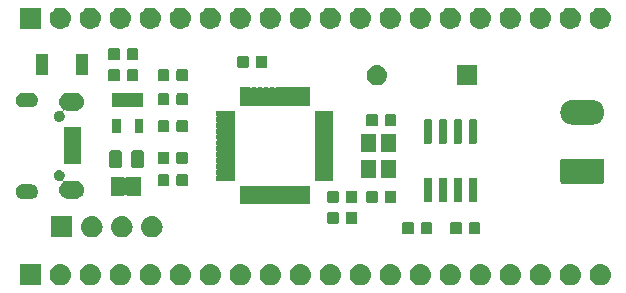
<source format=gbr>
G04 #@! TF.GenerationSoftware,KiCad,Pcbnew,5.1.4+dfsg1-2*
G04 #@! TF.CreationDate,2019-12-30T19:47:55+08:00*
G04 #@! TF.ProjectId,usb2can,75736232-6361-46e2-9e6b-696361645f70,rev?*
G04 #@! TF.SameCoordinates,Original*
G04 #@! TF.FileFunction,Soldermask,Top*
G04 #@! TF.FilePolarity,Negative*
%FSLAX46Y46*%
G04 Gerber Fmt 4.6, Leading zero omitted, Abs format (unit mm)*
G04 Created by KiCad (PCBNEW 5.1.4+dfsg1-2) date 2019-12-30 19:47:55*
%MOMM*%
%LPD*%
G04 APERTURE LIST*
%ADD10C,0.100000*%
G04 APERTURE END LIST*
D10*
G36*
X70849443Y-64637519D02*
G01*
X70915627Y-64644037D01*
X71085466Y-64695557D01*
X71241991Y-64779222D01*
X71277729Y-64808552D01*
X71379186Y-64891814D01*
X71462448Y-64993271D01*
X71491778Y-65029009D01*
X71575443Y-65185534D01*
X71626963Y-65355373D01*
X71644359Y-65532000D01*
X71626963Y-65708627D01*
X71575443Y-65878466D01*
X71491778Y-66034991D01*
X71462448Y-66070729D01*
X71379186Y-66172186D01*
X71277729Y-66255448D01*
X71241991Y-66284778D01*
X71085466Y-66368443D01*
X70915627Y-66419963D01*
X70849443Y-66426481D01*
X70783260Y-66433000D01*
X70694740Y-66433000D01*
X70628557Y-66426481D01*
X70562373Y-66419963D01*
X70392534Y-66368443D01*
X70236009Y-66284778D01*
X70200271Y-66255448D01*
X70098814Y-66172186D01*
X70015552Y-66070729D01*
X69986222Y-66034991D01*
X69902557Y-65878466D01*
X69851037Y-65708627D01*
X69833641Y-65532000D01*
X69851037Y-65355373D01*
X69902557Y-65185534D01*
X69986222Y-65029009D01*
X70015552Y-64993271D01*
X70098814Y-64891814D01*
X70200271Y-64808552D01*
X70236009Y-64779222D01*
X70392534Y-64695557D01*
X70562373Y-64644037D01*
X70628557Y-64637519D01*
X70694740Y-64631000D01*
X70783260Y-64631000D01*
X70849443Y-64637519D01*
X70849443Y-64637519D01*
G37*
G36*
X45449443Y-64637519D02*
G01*
X45515627Y-64644037D01*
X45685466Y-64695557D01*
X45841991Y-64779222D01*
X45877729Y-64808552D01*
X45979186Y-64891814D01*
X46062448Y-64993271D01*
X46091778Y-65029009D01*
X46175443Y-65185534D01*
X46226963Y-65355373D01*
X46244359Y-65532000D01*
X46226963Y-65708627D01*
X46175443Y-65878466D01*
X46091778Y-66034991D01*
X46062448Y-66070729D01*
X45979186Y-66172186D01*
X45877729Y-66255448D01*
X45841991Y-66284778D01*
X45685466Y-66368443D01*
X45515627Y-66419963D01*
X45449443Y-66426481D01*
X45383260Y-66433000D01*
X45294740Y-66433000D01*
X45228557Y-66426481D01*
X45162373Y-66419963D01*
X44992534Y-66368443D01*
X44836009Y-66284778D01*
X44800271Y-66255448D01*
X44698814Y-66172186D01*
X44615552Y-66070729D01*
X44586222Y-66034991D01*
X44502557Y-65878466D01*
X44451037Y-65708627D01*
X44433641Y-65532000D01*
X44451037Y-65355373D01*
X44502557Y-65185534D01*
X44586222Y-65029009D01*
X44615552Y-64993271D01*
X44698814Y-64891814D01*
X44800271Y-64808552D01*
X44836009Y-64779222D01*
X44992534Y-64695557D01*
X45162373Y-64644037D01*
X45228557Y-64637519D01*
X45294740Y-64631000D01*
X45383260Y-64631000D01*
X45449443Y-64637519D01*
X45449443Y-64637519D01*
G37*
G36*
X23380000Y-66433000D02*
G01*
X21578000Y-66433000D01*
X21578000Y-64631000D01*
X23380000Y-64631000D01*
X23380000Y-66433000D01*
X23380000Y-66433000D01*
G37*
G36*
X25129443Y-64637519D02*
G01*
X25195627Y-64644037D01*
X25365466Y-64695557D01*
X25521991Y-64779222D01*
X25557729Y-64808552D01*
X25659186Y-64891814D01*
X25742448Y-64993271D01*
X25771778Y-65029009D01*
X25855443Y-65185534D01*
X25906963Y-65355373D01*
X25924359Y-65532000D01*
X25906963Y-65708627D01*
X25855443Y-65878466D01*
X25771778Y-66034991D01*
X25742448Y-66070729D01*
X25659186Y-66172186D01*
X25557729Y-66255448D01*
X25521991Y-66284778D01*
X25365466Y-66368443D01*
X25195627Y-66419963D01*
X25129443Y-66426481D01*
X25063260Y-66433000D01*
X24974740Y-66433000D01*
X24908557Y-66426481D01*
X24842373Y-66419963D01*
X24672534Y-66368443D01*
X24516009Y-66284778D01*
X24480271Y-66255448D01*
X24378814Y-66172186D01*
X24295552Y-66070729D01*
X24266222Y-66034991D01*
X24182557Y-65878466D01*
X24131037Y-65708627D01*
X24113641Y-65532000D01*
X24131037Y-65355373D01*
X24182557Y-65185534D01*
X24266222Y-65029009D01*
X24295552Y-64993271D01*
X24378814Y-64891814D01*
X24480271Y-64808552D01*
X24516009Y-64779222D01*
X24672534Y-64695557D01*
X24842373Y-64644037D01*
X24908557Y-64637519D01*
X24974740Y-64631000D01*
X25063260Y-64631000D01*
X25129443Y-64637519D01*
X25129443Y-64637519D01*
G37*
G36*
X27669443Y-64637519D02*
G01*
X27735627Y-64644037D01*
X27905466Y-64695557D01*
X28061991Y-64779222D01*
X28097729Y-64808552D01*
X28199186Y-64891814D01*
X28282448Y-64993271D01*
X28311778Y-65029009D01*
X28395443Y-65185534D01*
X28446963Y-65355373D01*
X28464359Y-65532000D01*
X28446963Y-65708627D01*
X28395443Y-65878466D01*
X28311778Y-66034991D01*
X28282448Y-66070729D01*
X28199186Y-66172186D01*
X28097729Y-66255448D01*
X28061991Y-66284778D01*
X27905466Y-66368443D01*
X27735627Y-66419963D01*
X27669443Y-66426481D01*
X27603260Y-66433000D01*
X27514740Y-66433000D01*
X27448557Y-66426481D01*
X27382373Y-66419963D01*
X27212534Y-66368443D01*
X27056009Y-66284778D01*
X27020271Y-66255448D01*
X26918814Y-66172186D01*
X26835552Y-66070729D01*
X26806222Y-66034991D01*
X26722557Y-65878466D01*
X26671037Y-65708627D01*
X26653641Y-65532000D01*
X26671037Y-65355373D01*
X26722557Y-65185534D01*
X26806222Y-65029009D01*
X26835552Y-64993271D01*
X26918814Y-64891814D01*
X27020271Y-64808552D01*
X27056009Y-64779222D01*
X27212534Y-64695557D01*
X27382373Y-64644037D01*
X27448557Y-64637519D01*
X27514740Y-64631000D01*
X27603260Y-64631000D01*
X27669443Y-64637519D01*
X27669443Y-64637519D01*
G37*
G36*
X30209443Y-64637519D02*
G01*
X30275627Y-64644037D01*
X30445466Y-64695557D01*
X30601991Y-64779222D01*
X30637729Y-64808552D01*
X30739186Y-64891814D01*
X30822448Y-64993271D01*
X30851778Y-65029009D01*
X30935443Y-65185534D01*
X30986963Y-65355373D01*
X31004359Y-65532000D01*
X30986963Y-65708627D01*
X30935443Y-65878466D01*
X30851778Y-66034991D01*
X30822448Y-66070729D01*
X30739186Y-66172186D01*
X30637729Y-66255448D01*
X30601991Y-66284778D01*
X30445466Y-66368443D01*
X30275627Y-66419963D01*
X30209443Y-66426481D01*
X30143260Y-66433000D01*
X30054740Y-66433000D01*
X29988557Y-66426481D01*
X29922373Y-66419963D01*
X29752534Y-66368443D01*
X29596009Y-66284778D01*
X29560271Y-66255448D01*
X29458814Y-66172186D01*
X29375552Y-66070729D01*
X29346222Y-66034991D01*
X29262557Y-65878466D01*
X29211037Y-65708627D01*
X29193641Y-65532000D01*
X29211037Y-65355373D01*
X29262557Y-65185534D01*
X29346222Y-65029009D01*
X29375552Y-64993271D01*
X29458814Y-64891814D01*
X29560271Y-64808552D01*
X29596009Y-64779222D01*
X29752534Y-64695557D01*
X29922373Y-64644037D01*
X29988557Y-64637519D01*
X30054740Y-64631000D01*
X30143260Y-64631000D01*
X30209443Y-64637519D01*
X30209443Y-64637519D01*
G37*
G36*
X32749443Y-64637519D02*
G01*
X32815627Y-64644037D01*
X32985466Y-64695557D01*
X33141991Y-64779222D01*
X33177729Y-64808552D01*
X33279186Y-64891814D01*
X33362448Y-64993271D01*
X33391778Y-65029009D01*
X33475443Y-65185534D01*
X33526963Y-65355373D01*
X33544359Y-65532000D01*
X33526963Y-65708627D01*
X33475443Y-65878466D01*
X33391778Y-66034991D01*
X33362448Y-66070729D01*
X33279186Y-66172186D01*
X33177729Y-66255448D01*
X33141991Y-66284778D01*
X32985466Y-66368443D01*
X32815627Y-66419963D01*
X32749443Y-66426481D01*
X32683260Y-66433000D01*
X32594740Y-66433000D01*
X32528557Y-66426481D01*
X32462373Y-66419963D01*
X32292534Y-66368443D01*
X32136009Y-66284778D01*
X32100271Y-66255448D01*
X31998814Y-66172186D01*
X31915552Y-66070729D01*
X31886222Y-66034991D01*
X31802557Y-65878466D01*
X31751037Y-65708627D01*
X31733641Y-65532000D01*
X31751037Y-65355373D01*
X31802557Y-65185534D01*
X31886222Y-65029009D01*
X31915552Y-64993271D01*
X31998814Y-64891814D01*
X32100271Y-64808552D01*
X32136009Y-64779222D01*
X32292534Y-64695557D01*
X32462373Y-64644037D01*
X32528557Y-64637519D01*
X32594740Y-64631000D01*
X32683260Y-64631000D01*
X32749443Y-64637519D01*
X32749443Y-64637519D01*
G37*
G36*
X35289443Y-64637519D02*
G01*
X35355627Y-64644037D01*
X35525466Y-64695557D01*
X35681991Y-64779222D01*
X35717729Y-64808552D01*
X35819186Y-64891814D01*
X35902448Y-64993271D01*
X35931778Y-65029009D01*
X36015443Y-65185534D01*
X36066963Y-65355373D01*
X36084359Y-65532000D01*
X36066963Y-65708627D01*
X36015443Y-65878466D01*
X35931778Y-66034991D01*
X35902448Y-66070729D01*
X35819186Y-66172186D01*
X35717729Y-66255448D01*
X35681991Y-66284778D01*
X35525466Y-66368443D01*
X35355627Y-66419963D01*
X35289443Y-66426481D01*
X35223260Y-66433000D01*
X35134740Y-66433000D01*
X35068557Y-66426481D01*
X35002373Y-66419963D01*
X34832534Y-66368443D01*
X34676009Y-66284778D01*
X34640271Y-66255448D01*
X34538814Y-66172186D01*
X34455552Y-66070729D01*
X34426222Y-66034991D01*
X34342557Y-65878466D01*
X34291037Y-65708627D01*
X34273641Y-65532000D01*
X34291037Y-65355373D01*
X34342557Y-65185534D01*
X34426222Y-65029009D01*
X34455552Y-64993271D01*
X34538814Y-64891814D01*
X34640271Y-64808552D01*
X34676009Y-64779222D01*
X34832534Y-64695557D01*
X35002373Y-64644037D01*
X35068557Y-64637519D01*
X35134740Y-64631000D01*
X35223260Y-64631000D01*
X35289443Y-64637519D01*
X35289443Y-64637519D01*
G37*
G36*
X37829443Y-64637519D02*
G01*
X37895627Y-64644037D01*
X38065466Y-64695557D01*
X38221991Y-64779222D01*
X38257729Y-64808552D01*
X38359186Y-64891814D01*
X38442448Y-64993271D01*
X38471778Y-65029009D01*
X38555443Y-65185534D01*
X38606963Y-65355373D01*
X38624359Y-65532000D01*
X38606963Y-65708627D01*
X38555443Y-65878466D01*
X38471778Y-66034991D01*
X38442448Y-66070729D01*
X38359186Y-66172186D01*
X38257729Y-66255448D01*
X38221991Y-66284778D01*
X38065466Y-66368443D01*
X37895627Y-66419963D01*
X37829443Y-66426481D01*
X37763260Y-66433000D01*
X37674740Y-66433000D01*
X37608557Y-66426481D01*
X37542373Y-66419963D01*
X37372534Y-66368443D01*
X37216009Y-66284778D01*
X37180271Y-66255448D01*
X37078814Y-66172186D01*
X36995552Y-66070729D01*
X36966222Y-66034991D01*
X36882557Y-65878466D01*
X36831037Y-65708627D01*
X36813641Y-65532000D01*
X36831037Y-65355373D01*
X36882557Y-65185534D01*
X36966222Y-65029009D01*
X36995552Y-64993271D01*
X37078814Y-64891814D01*
X37180271Y-64808552D01*
X37216009Y-64779222D01*
X37372534Y-64695557D01*
X37542373Y-64644037D01*
X37608557Y-64637519D01*
X37674740Y-64631000D01*
X37763260Y-64631000D01*
X37829443Y-64637519D01*
X37829443Y-64637519D01*
G37*
G36*
X40369443Y-64637519D02*
G01*
X40435627Y-64644037D01*
X40605466Y-64695557D01*
X40761991Y-64779222D01*
X40797729Y-64808552D01*
X40899186Y-64891814D01*
X40982448Y-64993271D01*
X41011778Y-65029009D01*
X41095443Y-65185534D01*
X41146963Y-65355373D01*
X41164359Y-65532000D01*
X41146963Y-65708627D01*
X41095443Y-65878466D01*
X41011778Y-66034991D01*
X40982448Y-66070729D01*
X40899186Y-66172186D01*
X40797729Y-66255448D01*
X40761991Y-66284778D01*
X40605466Y-66368443D01*
X40435627Y-66419963D01*
X40369443Y-66426481D01*
X40303260Y-66433000D01*
X40214740Y-66433000D01*
X40148557Y-66426481D01*
X40082373Y-66419963D01*
X39912534Y-66368443D01*
X39756009Y-66284778D01*
X39720271Y-66255448D01*
X39618814Y-66172186D01*
X39535552Y-66070729D01*
X39506222Y-66034991D01*
X39422557Y-65878466D01*
X39371037Y-65708627D01*
X39353641Y-65532000D01*
X39371037Y-65355373D01*
X39422557Y-65185534D01*
X39506222Y-65029009D01*
X39535552Y-64993271D01*
X39618814Y-64891814D01*
X39720271Y-64808552D01*
X39756009Y-64779222D01*
X39912534Y-64695557D01*
X40082373Y-64644037D01*
X40148557Y-64637519D01*
X40214740Y-64631000D01*
X40303260Y-64631000D01*
X40369443Y-64637519D01*
X40369443Y-64637519D01*
G37*
G36*
X42909443Y-64637519D02*
G01*
X42975627Y-64644037D01*
X43145466Y-64695557D01*
X43301991Y-64779222D01*
X43337729Y-64808552D01*
X43439186Y-64891814D01*
X43522448Y-64993271D01*
X43551778Y-65029009D01*
X43635443Y-65185534D01*
X43686963Y-65355373D01*
X43704359Y-65532000D01*
X43686963Y-65708627D01*
X43635443Y-65878466D01*
X43551778Y-66034991D01*
X43522448Y-66070729D01*
X43439186Y-66172186D01*
X43337729Y-66255448D01*
X43301991Y-66284778D01*
X43145466Y-66368443D01*
X42975627Y-66419963D01*
X42909443Y-66426481D01*
X42843260Y-66433000D01*
X42754740Y-66433000D01*
X42688557Y-66426481D01*
X42622373Y-66419963D01*
X42452534Y-66368443D01*
X42296009Y-66284778D01*
X42260271Y-66255448D01*
X42158814Y-66172186D01*
X42075552Y-66070729D01*
X42046222Y-66034991D01*
X41962557Y-65878466D01*
X41911037Y-65708627D01*
X41893641Y-65532000D01*
X41911037Y-65355373D01*
X41962557Y-65185534D01*
X42046222Y-65029009D01*
X42075552Y-64993271D01*
X42158814Y-64891814D01*
X42260271Y-64808552D01*
X42296009Y-64779222D01*
X42452534Y-64695557D01*
X42622373Y-64644037D01*
X42688557Y-64637519D01*
X42754740Y-64631000D01*
X42843260Y-64631000D01*
X42909443Y-64637519D01*
X42909443Y-64637519D01*
G37*
G36*
X50529443Y-64637519D02*
G01*
X50595627Y-64644037D01*
X50765466Y-64695557D01*
X50921991Y-64779222D01*
X50957729Y-64808552D01*
X51059186Y-64891814D01*
X51142448Y-64993271D01*
X51171778Y-65029009D01*
X51255443Y-65185534D01*
X51306963Y-65355373D01*
X51324359Y-65532000D01*
X51306963Y-65708627D01*
X51255443Y-65878466D01*
X51171778Y-66034991D01*
X51142448Y-66070729D01*
X51059186Y-66172186D01*
X50957729Y-66255448D01*
X50921991Y-66284778D01*
X50765466Y-66368443D01*
X50595627Y-66419963D01*
X50529443Y-66426481D01*
X50463260Y-66433000D01*
X50374740Y-66433000D01*
X50308557Y-66426481D01*
X50242373Y-66419963D01*
X50072534Y-66368443D01*
X49916009Y-66284778D01*
X49880271Y-66255448D01*
X49778814Y-66172186D01*
X49695552Y-66070729D01*
X49666222Y-66034991D01*
X49582557Y-65878466D01*
X49531037Y-65708627D01*
X49513641Y-65532000D01*
X49531037Y-65355373D01*
X49582557Y-65185534D01*
X49666222Y-65029009D01*
X49695552Y-64993271D01*
X49778814Y-64891814D01*
X49880271Y-64808552D01*
X49916009Y-64779222D01*
X50072534Y-64695557D01*
X50242373Y-64644037D01*
X50308557Y-64637519D01*
X50374740Y-64631000D01*
X50463260Y-64631000D01*
X50529443Y-64637519D01*
X50529443Y-64637519D01*
G37*
G36*
X53069443Y-64637519D02*
G01*
X53135627Y-64644037D01*
X53305466Y-64695557D01*
X53461991Y-64779222D01*
X53497729Y-64808552D01*
X53599186Y-64891814D01*
X53682448Y-64993271D01*
X53711778Y-65029009D01*
X53795443Y-65185534D01*
X53846963Y-65355373D01*
X53864359Y-65532000D01*
X53846963Y-65708627D01*
X53795443Y-65878466D01*
X53711778Y-66034991D01*
X53682448Y-66070729D01*
X53599186Y-66172186D01*
X53497729Y-66255448D01*
X53461991Y-66284778D01*
X53305466Y-66368443D01*
X53135627Y-66419963D01*
X53069443Y-66426481D01*
X53003260Y-66433000D01*
X52914740Y-66433000D01*
X52848557Y-66426481D01*
X52782373Y-66419963D01*
X52612534Y-66368443D01*
X52456009Y-66284778D01*
X52420271Y-66255448D01*
X52318814Y-66172186D01*
X52235552Y-66070729D01*
X52206222Y-66034991D01*
X52122557Y-65878466D01*
X52071037Y-65708627D01*
X52053641Y-65532000D01*
X52071037Y-65355373D01*
X52122557Y-65185534D01*
X52206222Y-65029009D01*
X52235552Y-64993271D01*
X52318814Y-64891814D01*
X52420271Y-64808552D01*
X52456009Y-64779222D01*
X52612534Y-64695557D01*
X52782373Y-64644037D01*
X52848557Y-64637519D01*
X52914740Y-64631000D01*
X53003260Y-64631000D01*
X53069443Y-64637519D01*
X53069443Y-64637519D01*
G37*
G36*
X55609443Y-64637519D02*
G01*
X55675627Y-64644037D01*
X55845466Y-64695557D01*
X56001991Y-64779222D01*
X56037729Y-64808552D01*
X56139186Y-64891814D01*
X56222448Y-64993271D01*
X56251778Y-65029009D01*
X56335443Y-65185534D01*
X56386963Y-65355373D01*
X56404359Y-65532000D01*
X56386963Y-65708627D01*
X56335443Y-65878466D01*
X56251778Y-66034991D01*
X56222448Y-66070729D01*
X56139186Y-66172186D01*
X56037729Y-66255448D01*
X56001991Y-66284778D01*
X55845466Y-66368443D01*
X55675627Y-66419963D01*
X55609443Y-66426481D01*
X55543260Y-66433000D01*
X55454740Y-66433000D01*
X55388557Y-66426481D01*
X55322373Y-66419963D01*
X55152534Y-66368443D01*
X54996009Y-66284778D01*
X54960271Y-66255448D01*
X54858814Y-66172186D01*
X54775552Y-66070729D01*
X54746222Y-66034991D01*
X54662557Y-65878466D01*
X54611037Y-65708627D01*
X54593641Y-65532000D01*
X54611037Y-65355373D01*
X54662557Y-65185534D01*
X54746222Y-65029009D01*
X54775552Y-64993271D01*
X54858814Y-64891814D01*
X54960271Y-64808552D01*
X54996009Y-64779222D01*
X55152534Y-64695557D01*
X55322373Y-64644037D01*
X55388557Y-64637519D01*
X55454740Y-64631000D01*
X55543260Y-64631000D01*
X55609443Y-64637519D01*
X55609443Y-64637519D01*
G37*
G36*
X58149443Y-64637519D02*
G01*
X58215627Y-64644037D01*
X58385466Y-64695557D01*
X58541991Y-64779222D01*
X58577729Y-64808552D01*
X58679186Y-64891814D01*
X58762448Y-64993271D01*
X58791778Y-65029009D01*
X58875443Y-65185534D01*
X58926963Y-65355373D01*
X58944359Y-65532000D01*
X58926963Y-65708627D01*
X58875443Y-65878466D01*
X58791778Y-66034991D01*
X58762448Y-66070729D01*
X58679186Y-66172186D01*
X58577729Y-66255448D01*
X58541991Y-66284778D01*
X58385466Y-66368443D01*
X58215627Y-66419963D01*
X58149443Y-66426481D01*
X58083260Y-66433000D01*
X57994740Y-66433000D01*
X57928557Y-66426481D01*
X57862373Y-66419963D01*
X57692534Y-66368443D01*
X57536009Y-66284778D01*
X57500271Y-66255448D01*
X57398814Y-66172186D01*
X57315552Y-66070729D01*
X57286222Y-66034991D01*
X57202557Y-65878466D01*
X57151037Y-65708627D01*
X57133641Y-65532000D01*
X57151037Y-65355373D01*
X57202557Y-65185534D01*
X57286222Y-65029009D01*
X57315552Y-64993271D01*
X57398814Y-64891814D01*
X57500271Y-64808552D01*
X57536009Y-64779222D01*
X57692534Y-64695557D01*
X57862373Y-64644037D01*
X57928557Y-64637519D01*
X57994740Y-64631000D01*
X58083260Y-64631000D01*
X58149443Y-64637519D01*
X58149443Y-64637519D01*
G37*
G36*
X60689443Y-64637519D02*
G01*
X60755627Y-64644037D01*
X60925466Y-64695557D01*
X61081991Y-64779222D01*
X61117729Y-64808552D01*
X61219186Y-64891814D01*
X61302448Y-64993271D01*
X61331778Y-65029009D01*
X61415443Y-65185534D01*
X61466963Y-65355373D01*
X61484359Y-65532000D01*
X61466963Y-65708627D01*
X61415443Y-65878466D01*
X61331778Y-66034991D01*
X61302448Y-66070729D01*
X61219186Y-66172186D01*
X61117729Y-66255448D01*
X61081991Y-66284778D01*
X60925466Y-66368443D01*
X60755627Y-66419963D01*
X60689443Y-66426481D01*
X60623260Y-66433000D01*
X60534740Y-66433000D01*
X60468557Y-66426481D01*
X60402373Y-66419963D01*
X60232534Y-66368443D01*
X60076009Y-66284778D01*
X60040271Y-66255448D01*
X59938814Y-66172186D01*
X59855552Y-66070729D01*
X59826222Y-66034991D01*
X59742557Y-65878466D01*
X59691037Y-65708627D01*
X59673641Y-65532000D01*
X59691037Y-65355373D01*
X59742557Y-65185534D01*
X59826222Y-65029009D01*
X59855552Y-64993271D01*
X59938814Y-64891814D01*
X60040271Y-64808552D01*
X60076009Y-64779222D01*
X60232534Y-64695557D01*
X60402373Y-64644037D01*
X60468557Y-64637519D01*
X60534740Y-64631000D01*
X60623260Y-64631000D01*
X60689443Y-64637519D01*
X60689443Y-64637519D01*
G37*
G36*
X63229443Y-64637519D02*
G01*
X63295627Y-64644037D01*
X63465466Y-64695557D01*
X63621991Y-64779222D01*
X63657729Y-64808552D01*
X63759186Y-64891814D01*
X63842448Y-64993271D01*
X63871778Y-65029009D01*
X63955443Y-65185534D01*
X64006963Y-65355373D01*
X64024359Y-65532000D01*
X64006963Y-65708627D01*
X63955443Y-65878466D01*
X63871778Y-66034991D01*
X63842448Y-66070729D01*
X63759186Y-66172186D01*
X63657729Y-66255448D01*
X63621991Y-66284778D01*
X63465466Y-66368443D01*
X63295627Y-66419963D01*
X63229443Y-66426481D01*
X63163260Y-66433000D01*
X63074740Y-66433000D01*
X63008557Y-66426481D01*
X62942373Y-66419963D01*
X62772534Y-66368443D01*
X62616009Y-66284778D01*
X62580271Y-66255448D01*
X62478814Y-66172186D01*
X62395552Y-66070729D01*
X62366222Y-66034991D01*
X62282557Y-65878466D01*
X62231037Y-65708627D01*
X62213641Y-65532000D01*
X62231037Y-65355373D01*
X62282557Y-65185534D01*
X62366222Y-65029009D01*
X62395552Y-64993271D01*
X62478814Y-64891814D01*
X62580271Y-64808552D01*
X62616009Y-64779222D01*
X62772534Y-64695557D01*
X62942373Y-64644037D01*
X63008557Y-64637519D01*
X63074740Y-64631000D01*
X63163260Y-64631000D01*
X63229443Y-64637519D01*
X63229443Y-64637519D01*
G37*
G36*
X65769443Y-64637519D02*
G01*
X65835627Y-64644037D01*
X66005466Y-64695557D01*
X66161991Y-64779222D01*
X66197729Y-64808552D01*
X66299186Y-64891814D01*
X66382448Y-64993271D01*
X66411778Y-65029009D01*
X66495443Y-65185534D01*
X66546963Y-65355373D01*
X66564359Y-65532000D01*
X66546963Y-65708627D01*
X66495443Y-65878466D01*
X66411778Y-66034991D01*
X66382448Y-66070729D01*
X66299186Y-66172186D01*
X66197729Y-66255448D01*
X66161991Y-66284778D01*
X66005466Y-66368443D01*
X65835627Y-66419963D01*
X65769443Y-66426481D01*
X65703260Y-66433000D01*
X65614740Y-66433000D01*
X65548557Y-66426481D01*
X65482373Y-66419963D01*
X65312534Y-66368443D01*
X65156009Y-66284778D01*
X65120271Y-66255448D01*
X65018814Y-66172186D01*
X64935552Y-66070729D01*
X64906222Y-66034991D01*
X64822557Y-65878466D01*
X64771037Y-65708627D01*
X64753641Y-65532000D01*
X64771037Y-65355373D01*
X64822557Y-65185534D01*
X64906222Y-65029009D01*
X64935552Y-64993271D01*
X65018814Y-64891814D01*
X65120271Y-64808552D01*
X65156009Y-64779222D01*
X65312534Y-64695557D01*
X65482373Y-64644037D01*
X65548557Y-64637519D01*
X65614740Y-64631000D01*
X65703260Y-64631000D01*
X65769443Y-64637519D01*
X65769443Y-64637519D01*
G37*
G36*
X68309443Y-64637519D02*
G01*
X68375627Y-64644037D01*
X68545466Y-64695557D01*
X68701991Y-64779222D01*
X68737729Y-64808552D01*
X68839186Y-64891814D01*
X68922448Y-64993271D01*
X68951778Y-65029009D01*
X69035443Y-65185534D01*
X69086963Y-65355373D01*
X69104359Y-65532000D01*
X69086963Y-65708627D01*
X69035443Y-65878466D01*
X68951778Y-66034991D01*
X68922448Y-66070729D01*
X68839186Y-66172186D01*
X68737729Y-66255448D01*
X68701991Y-66284778D01*
X68545466Y-66368443D01*
X68375627Y-66419963D01*
X68309443Y-66426481D01*
X68243260Y-66433000D01*
X68154740Y-66433000D01*
X68088557Y-66426481D01*
X68022373Y-66419963D01*
X67852534Y-66368443D01*
X67696009Y-66284778D01*
X67660271Y-66255448D01*
X67558814Y-66172186D01*
X67475552Y-66070729D01*
X67446222Y-66034991D01*
X67362557Y-65878466D01*
X67311037Y-65708627D01*
X67293641Y-65532000D01*
X67311037Y-65355373D01*
X67362557Y-65185534D01*
X67446222Y-65029009D01*
X67475552Y-64993271D01*
X67558814Y-64891814D01*
X67660271Y-64808552D01*
X67696009Y-64779222D01*
X67852534Y-64695557D01*
X68022373Y-64644037D01*
X68088557Y-64637519D01*
X68154740Y-64631000D01*
X68243260Y-64631000D01*
X68309443Y-64637519D01*
X68309443Y-64637519D01*
G37*
G36*
X47989443Y-64637519D02*
G01*
X48055627Y-64644037D01*
X48225466Y-64695557D01*
X48381991Y-64779222D01*
X48417729Y-64808552D01*
X48519186Y-64891814D01*
X48602448Y-64993271D01*
X48631778Y-65029009D01*
X48715443Y-65185534D01*
X48766963Y-65355373D01*
X48784359Y-65532000D01*
X48766963Y-65708627D01*
X48715443Y-65878466D01*
X48631778Y-66034991D01*
X48602448Y-66070729D01*
X48519186Y-66172186D01*
X48417729Y-66255448D01*
X48381991Y-66284778D01*
X48225466Y-66368443D01*
X48055627Y-66419963D01*
X47989443Y-66426481D01*
X47923260Y-66433000D01*
X47834740Y-66433000D01*
X47768557Y-66426481D01*
X47702373Y-66419963D01*
X47532534Y-66368443D01*
X47376009Y-66284778D01*
X47340271Y-66255448D01*
X47238814Y-66172186D01*
X47155552Y-66070729D01*
X47126222Y-66034991D01*
X47042557Y-65878466D01*
X46991037Y-65708627D01*
X46973641Y-65532000D01*
X46991037Y-65355373D01*
X47042557Y-65185534D01*
X47126222Y-65029009D01*
X47155552Y-64993271D01*
X47238814Y-64891814D01*
X47340271Y-64808552D01*
X47376009Y-64779222D01*
X47532534Y-64695557D01*
X47702373Y-64644037D01*
X47768557Y-64637519D01*
X47834740Y-64631000D01*
X47923260Y-64631000D01*
X47989443Y-64637519D01*
X47989443Y-64637519D01*
G37*
G36*
X26047000Y-62369000D02*
G01*
X24245000Y-62369000D01*
X24245000Y-60567000D01*
X26047000Y-60567000D01*
X26047000Y-62369000D01*
X26047000Y-62369000D01*
G37*
G36*
X30336442Y-60573518D02*
G01*
X30402627Y-60580037D01*
X30572466Y-60631557D01*
X30728991Y-60715222D01*
X30764729Y-60744552D01*
X30866186Y-60827814D01*
X30949448Y-60929271D01*
X30978778Y-60965009D01*
X30978779Y-60965011D01*
X31044301Y-61087592D01*
X31062443Y-61121534D01*
X31113963Y-61291373D01*
X31131359Y-61468000D01*
X31113963Y-61644627D01*
X31062443Y-61814466D01*
X30978778Y-61970991D01*
X30949448Y-62006729D01*
X30866186Y-62108186D01*
X30764729Y-62191448D01*
X30728991Y-62220778D01*
X30572466Y-62304443D01*
X30402627Y-62355963D01*
X30336442Y-62362482D01*
X30270260Y-62369000D01*
X30181740Y-62369000D01*
X30115558Y-62362482D01*
X30049373Y-62355963D01*
X29879534Y-62304443D01*
X29723009Y-62220778D01*
X29687271Y-62191448D01*
X29585814Y-62108186D01*
X29502552Y-62006729D01*
X29473222Y-61970991D01*
X29389557Y-61814466D01*
X29338037Y-61644627D01*
X29320641Y-61468000D01*
X29338037Y-61291373D01*
X29389557Y-61121534D01*
X29407700Y-61087592D01*
X29473221Y-60965011D01*
X29473222Y-60965009D01*
X29502552Y-60929271D01*
X29585814Y-60827814D01*
X29687271Y-60744552D01*
X29723009Y-60715222D01*
X29879534Y-60631557D01*
X30049373Y-60580037D01*
X30115558Y-60573518D01*
X30181740Y-60567000D01*
X30270260Y-60567000D01*
X30336442Y-60573518D01*
X30336442Y-60573518D01*
G37*
G36*
X27796442Y-60573518D02*
G01*
X27862627Y-60580037D01*
X28032466Y-60631557D01*
X28188991Y-60715222D01*
X28224729Y-60744552D01*
X28326186Y-60827814D01*
X28409448Y-60929271D01*
X28438778Y-60965009D01*
X28438779Y-60965011D01*
X28504301Y-61087592D01*
X28522443Y-61121534D01*
X28573963Y-61291373D01*
X28591359Y-61468000D01*
X28573963Y-61644627D01*
X28522443Y-61814466D01*
X28438778Y-61970991D01*
X28409448Y-62006729D01*
X28326186Y-62108186D01*
X28224729Y-62191448D01*
X28188991Y-62220778D01*
X28032466Y-62304443D01*
X27862627Y-62355963D01*
X27796442Y-62362482D01*
X27730260Y-62369000D01*
X27641740Y-62369000D01*
X27575558Y-62362482D01*
X27509373Y-62355963D01*
X27339534Y-62304443D01*
X27183009Y-62220778D01*
X27147271Y-62191448D01*
X27045814Y-62108186D01*
X26962552Y-62006729D01*
X26933222Y-61970991D01*
X26849557Y-61814466D01*
X26798037Y-61644627D01*
X26780641Y-61468000D01*
X26798037Y-61291373D01*
X26849557Y-61121534D01*
X26867700Y-61087592D01*
X26933221Y-60965011D01*
X26933222Y-60965009D01*
X26962552Y-60929271D01*
X27045814Y-60827814D01*
X27147271Y-60744552D01*
X27183009Y-60715222D01*
X27339534Y-60631557D01*
X27509373Y-60580037D01*
X27575558Y-60573518D01*
X27641740Y-60567000D01*
X27730260Y-60567000D01*
X27796442Y-60573518D01*
X27796442Y-60573518D01*
G37*
G36*
X32876442Y-60573518D02*
G01*
X32942627Y-60580037D01*
X33112466Y-60631557D01*
X33268991Y-60715222D01*
X33304729Y-60744552D01*
X33406186Y-60827814D01*
X33489448Y-60929271D01*
X33518778Y-60965009D01*
X33518779Y-60965011D01*
X33584301Y-61087592D01*
X33602443Y-61121534D01*
X33653963Y-61291373D01*
X33671359Y-61468000D01*
X33653963Y-61644627D01*
X33602443Y-61814466D01*
X33518778Y-61970991D01*
X33489448Y-62006729D01*
X33406186Y-62108186D01*
X33304729Y-62191448D01*
X33268991Y-62220778D01*
X33112466Y-62304443D01*
X32942627Y-62355963D01*
X32876442Y-62362482D01*
X32810260Y-62369000D01*
X32721740Y-62369000D01*
X32655558Y-62362482D01*
X32589373Y-62355963D01*
X32419534Y-62304443D01*
X32263009Y-62220778D01*
X32227271Y-62191448D01*
X32125814Y-62108186D01*
X32042552Y-62006729D01*
X32013222Y-61970991D01*
X31929557Y-61814466D01*
X31878037Y-61644627D01*
X31860641Y-61468000D01*
X31878037Y-61291373D01*
X31929557Y-61121534D01*
X31947700Y-61087592D01*
X32013221Y-60965011D01*
X32013222Y-60965009D01*
X32042552Y-60929271D01*
X32125814Y-60827814D01*
X32227271Y-60744552D01*
X32263009Y-60715222D01*
X32419534Y-60631557D01*
X32589373Y-60580037D01*
X32655558Y-60573518D01*
X32721740Y-60567000D01*
X32810260Y-60567000D01*
X32876442Y-60573518D01*
X32876442Y-60573518D01*
G37*
G36*
X54799591Y-61073085D02*
G01*
X54833569Y-61083393D01*
X54864890Y-61100134D01*
X54892339Y-61122661D01*
X54914866Y-61150110D01*
X54931607Y-61181431D01*
X54941915Y-61215409D01*
X54946000Y-61256890D01*
X54946000Y-61933110D01*
X54941915Y-61974591D01*
X54931607Y-62008569D01*
X54914866Y-62039890D01*
X54892339Y-62067339D01*
X54864890Y-62089866D01*
X54833569Y-62106607D01*
X54799591Y-62116915D01*
X54758110Y-62121000D01*
X54156890Y-62121000D01*
X54115409Y-62116915D01*
X54081431Y-62106607D01*
X54050110Y-62089866D01*
X54022661Y-62067339D01*
X54000134Y-62039890D01*
X53983393Y-62008569D01*
X53973085Y-61974591D01*
X53969000Y-61933110D01*
X53969000Y-61256890D01*
X53973085Y-61215409D01*
X53983393Y-61181431D01*
X54000134Y-61150110D01*
X54022661Y-61122661D01*
X54050110Y-61100134D01*
X54081431Y-61083393D01*
X54115409Y-61073085D01*
X54156890Y-61069000D01*
X54758110Y-61069000D01*
X54799591Y-61073085D01*
X54799591Y-61073085D01*
G37*
G36*
X60438591Y-61073085D02*
G01*
X60472569Y-61083393D01*
X60503890Y-61100134D01*
X60531339Y-61122661D01*
X60553866Y-61150110D01*
X60570607Y-61181431D01*
X60580915Y-61215409D01*
X60585000Y-61256890D01*
X60585000Y-61933110D01*
X60580915Y-61974591D01*
X60570607Y-62008569D01*
X60553866Y-62039890D01*
X60531339Y-62067339D01*
X60503890Y-62089866D01*
X60472569Y-62106607D01*
X60438591Y-62116915D01*
X60397110Y-62121000D01*
X59795890Y-62121000D01*
X59754409Y-62116915D01*
X59720431Y-62106607D01*
X59689110Y-62089866D01*
X59661661Y-62067339D01*
X59639134Y-62039890D01*
X59622393Y-62008569D01*
X59612085Y-61974591D01*
X59608000Y-61933110D01*
X59608000Y-61256890D01*
X59612085Y-61215409D01*
X59622393Y-61181431D01*
X59639134Y-61150110D01*
X59661661Y-61122661D01*
X59689110Y-61100134D01*
X59720431Y-61083393D01*
X59754409Y-61073085D01*
X59795890Y-61069000D01*
X60397110Y-61069000D01*
X60438591Y-61073085D01*
X60438591Y-61073085D01*
G37*
G36*
X58863591Y-61073085D02*
G01*
X58897569Y-61083393D01*
X58928890Y-61100134D01*
X58956339Y-61122661D01*
X58978866Y-61150110D01*
X58995607Y-61181431D01*
X59005915Y-61215409D01*
X59010000Y-61256890D01*
X59010000Y-61933110D01*
X59005915Y-61974591D01*
X58995607Y-62008569D01*
X58978866Y-62039890D01*
X58956339Y-62067339D01*
X58928890Y-62089866D01*
X58897569Y-62106607D01*
X58863591Y-62116915D01*
X58822110Y-62121000D01*
X58220890Y-62121000D01*
X58179409Y-62116915D01*
X58145431Y-62106607D01*
X58114110Y-62089866D01*
X58086661Y-62067339D01*
X58064134Y-62039890D01*
X58047393Y-62008569D01*
X58037085Y-61974591D01*
X58033000Y-61933110D01*
X58033000Y-61256890D01*
X58037085Y-61215409D01*
X58047393Y-61181431D01*
X58064134Y-61150110D01*
X58086661Y-61122661D01*
X58114110Y-61100134D01*
X58145431Y-61083393D01*
X58179409Y-61073085D01*
X58220890Y-61069000D01*
X58822110Y-61069000D01*
X58863591Y-61073085D01*
X58863591Y-61073085D01*
G37*
G36*
X56374591Y-61073085D02*
G01*
X56408569Y-61083393D01*
X56439890Y-61100134D01*
X56467339Y-61122661D01*
X56489866Y-61150110D01*
X56506607Y-61181431D01*
X56516915Y-61215409D01*
X56521000Y-61256890D01*
X56521000Y-61933110D01*
X56516915Y-61974591D01*
X56506607Y-62008569D01*
X56489866Y-62039890D01*
X56467339Y-62067339D01*
X56439890Y-62089866D01*
X56408569Y-62106607D01*
X56374591Y-62116915D01*
X56333110Y-62121000D01*
X55731890Y-62121000D01*
X55690409Y-62116915D01*
X55656431Y-62106607D01*
X55625110Y-62089866D01*
X55597661Y-62067339D01*
X55575134Y-62039890D01*
X55558393Y-62008569D01*
X55548085Y-61974591D01*
X55544000Y-61933110D01*
X55544000Y-61256890D01*
X55548085Y-61215409D01*
X55558393Y-61181431D01*
X55575134Y-61150110D01*
X55597661Y-61122661D01*
X55625110Y-61100134D01*
X55656431Y-61083393D01*
X55690409Y-61073085D01*
X55731890Y-61069000D01*
X56333110Y-61069000D01*
X56374591Y-61073085D01*
X56374591Y-61073085D01*
G37*
G36*
X50024591Y-60184085D02*
G01*
X50058569Y-60194393D01*
X50089890Y-60211134D01*
X50117339Y-60233661D01*
X50139866Y-60261110D01*
X50156607Y-60292431D01*
X50166915Y-60326409D01*
X50171000Y-60367890D01*
X50171000Y-61044110D01*
X50166915Y-61085591D01*
X50156607Y-61119569D01*
X50139866Y-61150890D01*
X50117339Y-61178339D01*
X50089890Y-61200866D01*
X50058569Y-61217607D01*
X50024591Y-61227915D01*
X49983110Y-61232000D01*
X49381890Y-61232000D01*
X49340409Y-61227915D01*
X49306431Y-61217607D01*
X49275110Y-61200866D01*
X49247661Y-61178339D01*
X49225134Y-61150890D01*
X49208393Y-61119569D01*
X49198085Y-61085591D01*
X49194000Y-61044110D01*
X49194000Y-60367890D01*
X49198085Y-60326409D01*
X49208393Y-60292431D01*
X49225134Y-60261110D01*
X49247661Y-60233661D01*
X49275110Y-60211134D01*
X49306431Y-60194393D01*
X49340409Y-60184085D01*
X49381890Y-60180000D01*
X49983110Y-60180000D01*
X50024591Y-60184085D01*
X50024591Y-60184085D01*
G37*
G36*
X48449591Y-60184085D02*
G01*
X48483569Y-60194393D01*
X48514890Y-60211134D01*
X48542339Y-60233661D01*
X48564866Y-60261110D01*
X48581607Y-60292431D01*
X48591915Y-60326409D01*
X48596000Y-60367890D01*
X48596000Y-61044110D01*
X48591915Y-61085591D01*
X48581607Y-61119569D01*
X48564866Y-61150890D01*
X48542339Y-61178339D01*
X48514890Y-61200866D01*
X48483569Y-61217607D01*
X48449591Y-61227915D01*
X48408110Y-61232000D01*
X47806890Y-61232000D01*
X47765409Y-61227915D01*
X47731431Y-61217607D01*
X47700110Y-61200866D01*
X47672661Y-61178339D01*
X47650134Y-61150890D01*
X47633393Y-61119569D01*
X47623085Y-61085591D01*
X47619000Y-61044110D01*
X47619000Y-60367890D01*
X47623085Y-60326409D01*
X47633393Y-60292431D01*
X47650134Y-60261110D01*
X47672661Y-60233661D01*
X47700110Y-60211134D01*
X47731431Y-60194393D01*
X47765409Y-60184085D01*
X47806890Y-60180000D01*
X48408110Y-60180000D01*
X48449591Y-60184085D01*
X48449591Y-60184085D01*
G37*
G36*
X40600295Y-57985323D02*
G01*
X40607309Y-57987451D01*
X40621077Y-57994810D01*
X40643716Y-58004187D01*
X40667749Y-58008967D01*
X40692253Y-58008967D01*
X40716286Y-58004186D01*
X40738923Y-57994810D01*
X40752691Y-57987451D01*
X40759705Y-57985323D01*
X40773140Y-57984000D01*
X41086860Y-57984000D01*
X41100295Y-57985323D01*
X41107309Y-57987451D01*
X41121077Y-57994810D01*
X41143716Y-58004187D01*
X41167749Y-58008967D01*
X41192253Y-58008967D01*
X41216286Y-58004186D01*
X41238923Y-57994810D01*
X41252691Y-57987451D01*
X41259705Y-57985323D01*
X41273140Y-57984000D01*
X41586860Y-57984000D01*
X41600295Y-57985323D01*
X41607309Y-57987451D01*
X41621077Y-57994810D01*
X41643716Y-58004187D01*
X41667749Y-58008967D01*
X41692253Y-58008967D01*
X41716286Y-58004186D01*
X41738923Y-57994810D01*
X41752691Y-57987451D01*
X41759705Y-57985323D01*
X41773140Y-57984000D01*
X42086860Y-57984000D01*
X42100295Y-57985323D01*
X42107309Y-57987451D01*
X42121077Y-57994810D01*
X42143716Y-58004187D01*
X42167749Y-58008967D01*
X42192253Y-58008967D01*
X42216286Y-58004186D01*
X42238923Y-57994810D01*
X42252691Y-57987451D01*
X42259705Y-57985323D01*
X42273140Y-57984000D01*
X42586860Y-57984000D01*
X42600295Y-57985323D01*
X42607309Y-57987451D01*
X42621077Y-57994810D01*
X42643716Y-58004187D01*
X42667749Y-58008967D01*
X42692253Y-58008967D01*
X42716286Y-58004186D01*
X42738923Y-57994810D01*
X42752691Y-57987451D01*
X42759705Y-57985323D01*
X42773140Y-57984000D01*
X43086860Y-57984000D01*
X43100295Y-57985323D01*
X43107309Y-57987451D01*
X43121077Y-57994810D01*
X43143716Y-58004187D01*
X43167749Y-58008967D01*
X43192253Y-58008967D01*
X43216286Y-58004186D01*
X43238923Y-57994810D01*
X43252691Y-57987451D01*
X43259705Y-57985323D01*
X43273140Y-57984000D01*
X43586860Y-57984000D01*
X43600295Y-57985323D01*
X43607309Y-57987451D01*
X43621077Y-57994810D01*
X43643716Y-58004187D01*
X43667749Y-58008967D01*
X43692253Y-58008967D01*
X43716286Y-58004186D01*
X43738923Y-57994810D01*
X43752691Y-57987451D01*
X43759705Y-57985323D01*
X43773140Y-57984000D01*
X44086860Y-57984000D01*
X44100295Y-57985323D01*
X44107309Y-57987451D01*
X44121077Y-57994810D01*
X44143716Y-58004187D01*
X44167749Y-58008967D01*
X44192253Y-58008967D01*
X44216286Y-58004186D01*
X44238923Y-57994810D01*
X44252691Y-57987451D01*
X44259705Y-57985323D01*
X44273140Y-57984000D01*
X44586860Y-57984000D01*
X44600295Y-57985323D01*
X44607309Y-57987451D01*
X44621077Y-57994810D01*
X44643716Y-58004187D01*
X44667749Y-58008967D01*
X44692253Y-58008967D01*
X44716286Y-58004186D01*
X44738923Y-57994810D01*
X44752691Y-57987451D01*
X44759705Y-57985323D01*
X44773140Y-57984000D01*
X45086860Y-57984000D01*
X45100295Y-57985323D01*
X45107309Y-57987451D01*
X45121077Y-57994810D01*
X45143716Y-58004187D01*
X45167749Y-58008967D01*
X45192253Y-58008967D01*
X45216286Y-58004186D01*
X45238923Y-57994810D01*
X45252691Y-57987451D01*
X45259705Y-57985323D01*
X45273140Y-57984000D01*
X45586860Y-57984000D01*
X45600295Y-57985323D01*
X45607309Y-57987451D01*
X45621077Y-57994810D01*
X45643716Y-58004187D01*
X45667749Y-58008967D01*
X45692253Y-58008967D01*
X45716286Y-58004186D01*
X45738923Y-57994810D01*
X45752691Y-57987451D01*
X45759705Y-57985323D01*
X45773140Y-57984000D01*
X46086860Y-57984000D01*
X46100295Y-57985323D01*
X46107310Y-57987451D01*
X46113776Y-57990908D01*
X46119442Y-57995558D01*
X46124092Y-58001224D01*
X46127549Y-58007690D01*
X46129677Y-58014705D01*
X46131000Y-58028140D01*
X46131000Y-59516860D01*
X46129677Y-59530295D01*
X46127549Y-59537310D01*
X46124092Y-59543776D01*
X46119442Y-59549442D01*
X46113776Y-59554092D01*
X46107310Y-59557549D01*
X46100295Y-59559677D01*
X46086860Y-59561000D01*
X45773140Y-59561000D01*
X45759705Y-59559677D01*
X45752691Y-59557549D01*
X45738923Y-59550190D01*
X45716284Y-59540813D01*
X45692251Y-59536033D01*
X45667747Y-59536033D01*
X45643714Y-59540814D01*
X45621077Y-59550190D01*
X45607309Y-59557549D01*
X45600295Y-59559677D01*
X45586860Y-59561000D01*
X45273140Y-59561000D01*
X45259705Y-59559677D01*
X45252691Y-59557549D01*
X45238923Y-59550190D01*
X45216284Y-59540813D01*
X45192251Y-59536033D01*
X45167747Y-59536033D01*
X45143714Y-59540814D01*
X45121077Y-59550190D01*
X45107309Y-59557549D01*
X45100295Y-59559677D01*
X45086860Y-59561000D01*
X44773140Y-59561000D01*
X44759705Y-59559677D01*
X44752691Y-59557549D01*
X44738923Y-59550190D01*
X44716284Y-59540813D01*
X44692251Y-59536033D01*
X44667747Y-59536033D01*
X44643714Y-59540814D01*
X44621077Y-59550190D01*
X44607309Y-59557549D01*
X44600295Y-59559677D01*
X44586860Y-59561000D01*
X44273140Y-59561000D01*
X44259705Y-59559677D01*
X44252691Y-59557549D01*
X44238923Y-59550190D01*
X44216284Y-59540813D01*
X44192251Y-59536033D01*
X44167747Y-59536033D01*
X44143714Y-59540814D01*
X44121077Y-59550190D01*
X44107309Y-59557549D01*
X44100295Y-59559677D01*
X44086860Y-59561000D01*
X43773140Y-59561000D01*
X43759705Y-59559677D01*
X43752691Y-59557549D01*
X43738923Y-59550190D01*
X43716284Y-59540813D01*
X43692251Y-59536033D01*
X43667747Y-59536033D01*
X43643714Y-59540814D01*
X43621077Y-59550190D01*
X43607309Y-59557549D01*
X43600295Y-59559677D01*
X43586860Y-59561000D01*
X43273140Y-59561000D01*
X43259705Y-59559677D01*
X43252691Y-59557549D01*
X43238923Y-59550190D01*
X43216284Y-59540813D01*
X43192251Y-59536033D01*
X43167747Y-59536033D01*
X43143714Y-59540814D01*
X43121077Y-59550190D01*
X43107309Y-59557549D01*
X43100295Y-59559677D01*
X43086860Y-59561000D01*
X42773140Y-59561000D01*
X42759705Y-59559677D01*
X42752691Y-59557549D01*
X42738923Y-59550190D01*
X42716284Y-59540813D01*
X42692251Y-59536033D01*
X42667747Y-59536033D01*
X42643714Y-59540814D01*
X42621077Y-59550190D01*
X42607309Y-59557549D01*
X42600295Y-59559677D01*
X42586860Y-59561000D01*
X42273140Y-59561000D01*
X42259705Y-59559677D01*
X42252691Y-59557549D01*
X42238923Y-59550190D01*
X42216284Y-59540813D01*
X42192251Y-59536033D01*
X42167747Y-59536033D01*
X42143714Y-59540814D01*
X42121077Y-59550190D01*
X42107309Y-59557549D01*
X42100295Y-59559677D01*
X42086860Y-59561000D01*
X41773140Y-59561000D01*
X41759705Y-59559677D01*
X41752691Y-59557549D01*
X41738923Y-59550190D01*
X41716284Y-59540813D01*
X41692251Y-59536033D01*
X41667747Y-59536033D01*
X41643714Y-59540814D01*
X41621077Y-59550190D01*
X41607309Y-59557549D01*
X41600295Y-59559677D01*
X41586860Y-59561000D01*
X41273140Y-59561000D01*
X41259705Y-59559677D01*
X41252691Y-59557549D01*
X41238923Y-59550190D01*
X41216284Y-59540813D01*
X41192251Y-59536033D01*
X41167747Y-59536033D01*
X41143714Y-59540814D01*
X41121077Y-59550190D01*
X41107309Y-59557549D01*
X41100295Y-59559677D01*
X41086860Y-59561000D01*
X40773140Y-59561000D01*
X40759705Y-59559677D01*
X40752691Y-59557549D01*
X40738923Y-59550190D01*
X40716284Y-59540813D01*
X40692251Y-59536033D01*
X40667747Y-59536033D01*
X40643714Y-59540814D01*
X40621077Y-59550190D01*
X40607309Y-59557549D01*
X40600295Y-59559677D01*
X40586860Y-59561000D01*
X40273140Y-59561000D01*
X40259705Y-59559677D01*
X40252690Y-59557549D01*
X40246224Y-59554092D01*
X40240558Y-59549442D01*
X40235908Y-59543776D01*
X40232451Y-59537310D01*
X40230323Y-59530295D01*
X40229000Y-59516860D01*
X40229000Y-58028140D01*
X40230323Y-58014705D01*
X40232451Y-58007690D01*
X40235908Y-58001224D01*
X40240558Y-57995558D01*
X40246224Y-57990908D01*
X40252690Y-57987451D01*
X40259705Y-57985323D01*
X40273140Y-57984000D01*
X40586860Y-57984000D01*
X40600295Y-57985323D01*
X40600295Y-57985323D01*
G37*
G36*
X50024591Y-58406085D02*
G01*
X50058569Y-58416393D01*
X50089890Y-58433134D01*
X50117339Y-58455661D01*
X50139866Y-58483110D01*
X50156607Y-58514431D01*
X50166915Y-58548409D01*
X50171000Y-58589890D01*
X50171000Y-59266110D01*
X50166915Y-59307591D01*
X50156607Y-59341569D01*
X50139866Y-59372890D01*
X50117339Y-59400339D01*
X50089890Y-59422866D01*
X50058569Y-59439607D01*
X50024591Y-59449915D01*
X49983110Y-59454000D01*
X49381890Y-59454000D01*
X49340409Y-59449915D01*
X49306431Y-59439607D01*
X49275110Y-59422866D01*
X49247661Y-59400339D01*
X49225134Y-59372890D01*
X49208393Y-59341569D01*
X49198085Y-59307591D01*
X49194000Y-59266110D01*
X49194000Y-58589890D01*
X49198085Y-58548409D01*
X49208393Y-58514431D01*
X49225134Y-58483110D01*
X49247661Y-58455661D01*
X49275110Y-58433134D01*
X49306431Y-58416393D01*
X49340409Y-58406085D01*
X49381890Y-58402000D01*
X49983110Y-58402000D01*
X50024591Y-58406085D01*
X50024591Y-58406085D01*
G37*
G36*
X48449591Y-58406085D02*
G01*
X48483569Y-58416393D01*
X48514890Y-58433134D01*
X48542339Y-58455661D01*
X48564866Y-58483110D01*
X48581607Y-58514431D01*
X48591915Y-58548409D01*
X48596000Y-58589890D01*
X48596000Y-59266110D01*
X48591915Y-59307591D01*
X48581607Y-59341569D01*
X48564866Y-59372890D01*
X48542339Y-59400339D01*
X48514890Y-59422866D01*
X48483569Y-59439607D01*
X48449591Y-59449915D01*
X48408110Y-59454000D01*
X47806890Y-59454000D01*
X47765409Y-59449915D01*
X47731431Y-59439607D01*
X47700110Y-59422866D01*
X47672661Y-59400339D01*
X47650134Y-59372890D01*
X47633393Y-59341569D01*
X47623085Y-59307591D01*
X47619000Y-59266110D01*
X47619000Y-58589890D01*
X47623085Y-58548409D01*
X47633393Y-58514431D01*
X47650134Y-58483110D01*
X47672661Y-58455661D01*
X47700110Y-58433134D01*
X47731431Y-58416393D01*
X47765409Y-58406085D01*
X47806890Y-58402000D01*
X48408110Y-58402000D01*
X48449591Y-58406085D01*
X48449591Y-58406085D01*
G37*
G36*
X53326591Y-58406085D02*
G01*
X53360569Y-58416393D01*
X53391890Y-58433134D01*
X53419339Y-58455661D01*
X53441866Y-58483110D01*
X53458607Y-58514431D01*
X53468915Y-58548409D01*
X53473000Y-58589890D01*
X53473000Y-59266110D01*
X53468915Y-59307591D01*
X53458607Y-59341569D01*
X53441866Y-59372890D01*
X53419339Y-59400339D01*
X53391890Y-59422866D01*
X53360569Y-59439607D01*
X53326591Y-59449915D01*
X53285110Y-59454000D01*
X52683890Y-59454000D01*
X52642409Y-59449915D01*
X52608431Y-59439607D01*
X52577110Y-59422866D01*
X52549661Y-59400339D01*
X52527134Y-59372890D01*
X52510393Y-59341569D01*
X52500085Y-59307591D01*
X52496000Y-59266110D01*
X52496000Y-58589890D01*
X52500085Y-58548409D01*
X52510393Y-58514431D01*
X52527134Y-58483110D01*
X52549661Y-58455661D01*
X52577110Y-58433134D01*
X52608431Y-58416393D01*
X52642409Y-58406085D01*
X52683890Y-58402000D01*
X53285110Y-58402000D01*
X53326591Y-58406085D01*
X53326591Y-58406085D01*
G37*
G36*
X51751591Y-58406085D02*
G01*
X51785569Y-58416393D01*
X51816890Y-58433134D01*
X51844339Y-58455661D01*
X51866866Y-58483110D01*
X51883607Y-58514431D01*
X51893915Y-58548409D01*
X51898000Y-58589890D01*
X51898000Y-59266110D01*
X51893915Y-59307591D01*
X51883607Y-59341569D01*
X51866866Y-59372890D01*
X51844339Y-59400339D01*
X51816890Y-59422866D01*
X51785569Y-59439607D01*
X51751591Y-59449915D01*
X51710110Y-59454000D01*
X51108890Y-59454000D01*
X51067409Y-59449915D01*
X51033431Y-59439607D01*
X51002110Y-59422866D01*
X50974661Y-59400339D01*
X50952134Y-59372890D01*
X50935393Y-59341569D01*
X50925085Y-59307591D01*
X50921000Y-59266110D01*
X50921000Y-58589890D01*
X50925085Y-58548409D01*
X50935393Y-58514431D01*
X50952134Y-58483110D01*
X50974661Y-58455661D01*
X51002110Y-58433134D01*
X51033431Y-58416393D01*
X51067409Y-58406085D01*
X51108890Y-58402000D01*
X51710110Y-58402000D01*
X51751591Y-58406085D01*
X51751591Y-58406085D01*
G37*
G36*
X56393928Y-57331764D02*
G01*
X56415009Y-57338160D01*
X56434445Y-57348548D01*
X56451476Y-57362524D01*
X56465452Y-57379555D01*
X56475840Y-57398991D01*
X56482236Y-57420072D01*
X56485000Y-57448140D01*
X56485000Y-59261860D01*
X56482236Y-59289928D01*
X56475840Y-59311009D01*
X56465452Y-59330445D01*
X56451476Y-59347476D01*
X56434445Y-59361452D01*
X56415009Y-59371840D01*
X56393928Y-59378236D01*
X56365860Y-59381000D01*
X55902140Y-59381000D01*
X55874072Y-59378236D01*
X55852991Y-59371840D01*
X55833555Y-59361452D01*
X55816524Y-59347476D01*
X55802548Y-59330445D01*
X55792160Y-59311009D01*
X55785764Y-59289928D01*
X55783000Y-59261860D01*
X55783000Y-57448140D01*
X55785764Y-57420072D01*
X55792160Y-57398991D01*
X55802548Y-57379555D01*
X55816524Y-57362524D01*
X55833555Y-57348548D01*
X55852991Y-57338160D01*
X55874072Y-57331764D01*
X55902140Y-57329000D01*
X56365860Y-57329000D01*
X56393928Y-57331764D01*
X56393928Y-57331764D01*
G37*
G36*
X57663928Y-57331764D02*
G01*
X57685009Y-57338160D01*
X57704445Y-57348548D01*
X57721476Y-57362524D01*
X57735452Y-57379555D01*
X57745840Y-57398991D01*
X57752236Y-57420072D01*
X57755000Y-57448140D01*
X57755000Y-59261860D01*
X57752236Y-59289928D01*
X57745840Y-59311009D01*
X57735452Y-59330445D01*
X57721476Y-59347476D01*
X57704445Y-59361452D01*
X57685009Y-59371840D01*
X57663928Y-59378236D01*
X57635860Y-59381000D01*
X57172140Y-59381000D01*
X57144072Y-59378236D01*
X57122991Y-59371840D01*
X57103555Y-59361452D01*
X57086524Y-59347476D01*
X57072548Y-59330445D01*
X57062160Y-59311009D01*
X57055764Y-59289928D01*
X57053000Y-59261860D01*
X57053000Y-57448140D01*
X57055764Y-57420072D01*
X57062160Y-57398991D01*
X57072548Y-57379555D01*
X57086524Y-57362524D01*
X57103555Y-57348548D01*
X57122991Y-57338160D01*
X57144072Y-57331764D01*
X57172140Y-57329000D01*
X57635860Y-57329000D01*
X57663928Y-57331764D01*
X57663928Y-57331764D01*
G37*
G36*
X58933928Y-57331764D02*
G01*
X58955009Y-57338160D01*
X58974445Y-57348548D01*
X58991476Y-57362524D01*
X59005452Y-57379555D01*
X59015840Y-57398991D01*
X59022236Y-57420072D01*
X59025000Y-57448140D01*
X59025000Y-59261860D01*
X59022236Y-59289928D01*
X59015840Y-59311009D01*
X59005452Y-59330445D01*
X58991476Y-59347476D01*
X58974445Y-59361452D01*
X58955009Y-59371840D01*
X58933928Y-59378236D01*
X58905860Y-59381000D01*
X58442140Y-59381000D01*
X58414072Y-59378236D01*
X58392991Y-59371840D01*
X58373555Y-59361452D01*
X58356524Y-59347476D01*
X58342548Y-59330445D01*
X58332160Y-59311009D01*
X58325764Y-59289928D01*
X58323000Y-59261860D01*
X58323000Y-57448140D01*
X58325764Y-57420072D01*
X58332160Y-57398991D01*
X58342548Y-57379555D01*
X58356524Y-57362524D01*
X58373555Y-57348548D01*
X58392991Y-57338160D01*
X58414072Y-57331764D01*
X58442140Y-57329000D01*
X58905860Y-57329000D01*
X58933928Y-57331764D01*
X58933928Y-57331764D01*
G37*
G36*
X60203928Y-57331764D02*
G01*
X60225009Y-57338160D01*
X60244445Y-57348548D01*
X60261476Y-57362524D01*
X60275452Y-57379555D01*
X60285840Y-57398991D01*
X60292236Y-57420072D01*
X60295000Y-57448140D01*
X60295000Y-59261860D01*
X60292236Y-59289928D01*
X60285840Y-59311009D01*
X60275452Y-59330445D01*
X60261476Y-59347476D01*
X60244445Y-59361452D01*
X60225009Y-59371840D01*
X60203928Y-59378236D01*
X60175860Y-59381000D01*
X59712140Y-59381000D01*
X59684072Y-59378236D01*
X59662991Y-59371840D01*
X59643555Y-59361452D01*
X59626524Y-59347476D01*
X59612548Y-59330445D01*
X59602160Y-59311009D01*
X59595764Y-59289928D01*
X59593000Y-59261860D01*
X59593000Y-57448140D01*
X59595764Y-57420072D01*
X59602160Y-57398991D01*
X59612548Y-57379555D01*
X59626524Y-57362524D01*
X59643555Y-57348548D01*
X59662991Y-57338160D01*
X59684072Y-57331764D01*
X59712140Y-57329000D01*
X60175860Y-57329000D01*
X60203928Y-57331764D01*
X60203928Y-57331764D01*
G37*
G36*
X22627715Y-57868058D02*
G01*
X22723753Y-57897191D01*
X22738935Y-57901796D01*
X22745722Y-57903855D01*
X22854468Y-57961981D01*
X22949790Y-58040210D01*
X23028019Y-58135532D01*
X23086145Y-58244278D01*
X23121942Y-58362285D01*
X23134028Y-58485000D01*
X23121942Y-58607715D01*
X23086145Y-58725722D01*
X23028019Y-58834468D01*
X22949790Y-58929790D01*
X22854468Y-59008019D01*
X22745722Y-59066145D01*
X22627715Y-59101942D01*
X22535746Y-59111000D01*
X21824254Y-59111000D01*
X21732285Y-59101942D01*
X21614278Y-59066145D01*
X21505532Y-59008019D01*
X21410210Y-58929790D01*
X21331981Y-58834468D01*
X21273855Y-58725722D01*
X21238058Y-58607715D01*
X21225972Y-58485000D01*
X21238058Y-58362285D01*
X21273855Y-58244278D01*
X21331981Y-58135532D01*
X21410210Y-58040210D01*
X21505532Y-57961981D01*
X21614278Y-57903855D01*
X21621066Y-57901796D01*
X21636247Y-57897191D01*
X21732285Y-57868058D01*
X21824254Y-57859000D01*
X22535746Y-57859000D01*
X22627715Y-57868058D01*
X22627715Y-57868058D01*
G37*
G36*
X25018410Y-56665525D02*
G01*
X25103426Y-56691314D01*
X25181775Y-56733193D01*
X25250449Y-56789551D01*
X25306807Y-56858225D01*
X25348686Y-56936574D01*
X25374475Y-57021590D01*
X25383182Y-57110000D01*
X25374475Y-57198410D01*
X25348686Y-57283426D01*
X25306807Y-57361775D01*
X25257851Y-57421428D01*
X25244238Y-57441802D01*
X25234860Y-57464441D01*
X25230080Y-57488474D01*
X25230080Y-57512978D01*
X25234861Y-57537012D01*
X25244238Y-57559650D01*
X25257852Y-57580025D01*
X25275179Y-57597352D01*
X25295553Y-57610965D01*
X25318192Y-57620343D01*
X25342225Y-57625123D01*
X25366729Y-57625123D01*
X25390763Y-57620342D01*
X25399216Y-57616841D01*
X25552879Y-57570228D01*
X25666882Y-57559000D01*
X26293118Y-57559000D01*
X26407121Y-57570228D01*
X26533319Y-57608510D01*
X26541413Y-57610965D01*
X26553402Y-57614602D01*
X26688204Y-57686655D01*
X26688207Y-57686657D01*
X26688208Y-57686658D01*
X26806369Y-57783631D01*
X26836217Y-57820000D01*
X26903345Y-57901796D01*
X26975398Y-58036598D01*
X27019772Y-58182879D01*
X27034754Y-58335000D01*
X27019772Y-58487121D01*
X26975398Y-58633402D01*
X26903345Y-58768204D01*
X26903343Y-58768207D01*
X26903342Y-58768208D01*
X26845045Y-58839242D01*
X26806369Y-58886369D01*
X26688204Y-58983345D01*
X26553402Y-59055398D01*
X26407121Y-59099772D01*
X26293118Y-59111000D01*
X25666882Y-59111000D01*
X25552879Y-59099772D01*
X25406598Y-59055398D01*
X25271796Y-58983345D01*
X25153631Y-58886369D01*
X25114955Y-58839242D01*
X25056658Y-58768208D01*
X25056657Y-58768207D01*
X25056655Y-58768204D01*
X24984602Y-58633402D01*
X24940228Y-58487121D01*
X24925246Y-58335000D01*
X24940228Y-58182879D01*
X24984602Y-58036598D01*
X25056655Y-57901796D01*
X25091777Y-57859000D01*
X25153631Y-57783631D01*
X25163272Y-57775719D01*
X25190105Y-57753697D01*
X25207432Y-57736370D01*
X25221046Y-57715996D01*
X25230423Y-57693357D01*
X25235204Y-57669324D01*
X25235204Y-57644820D01*
X25230424Y-57620787D01*
X25221047Y-57598148D01*
X25207433Y-57577773D01*
X25190106Y-57560446D01*
X25169732Y-57546832D01*
X25147093Y-57537455D01*
X25123060Y-57532674D01*
X25098556Y-57532674D01*
X25074523Y-57537454D01*
X25018412Y-57554475D01*
X24952158Y-57561000D01*
X24907842Y-57561000D01*
X24841590Y-57554475D01*
X24756574Y-57528686D01*
X24678225Y-57486807D01*
X24609551Y-57430449D01*
X24553193Y-57361775D01*
X24511314Y-57283426D01*
X24485525Y-57198410D01*
X24476818Y-57110000D01*
X24485525Y-57021590D01*
X24511314Y-56936574D01*
X24553193Y-56858225D01*
X24609551Y-56789551D01*
X24678225Y-56733193D01*
X24756574Y-56691314D01*
X24841590Y-56665525D01*
X24907842Y-56659000D01*
X24952158Y-56659000D01*
X25018410Y-56665525D01*
X25018410Y-56665525D01*
G37*
G36*
X30391999Y-57238737D02*
G01*
X30401608Y-57241652D01*
X30410472Y-57246390D01*
X30418212Y-57252742D01*
X30418213Y-57252743D01*
X30418237Y-57252763D01*
X30424640Y-57260573D01*
X30424677Y-57260628D01*
X30432480Y-57270147D01*
X30432511Y-57270122D01*
X30443853Y-57283972D01*
X30462779Y-57299537D01*
X30484377Y-57311111D01*
X30507819Y-57318249D01*
X30532202Y-57320676D01*
X30556591Y-57318300D01*
X30580047Y-57311211D01*
X30601670Y-57299682D01*
X30620628Y-57284157D01*
X30636193Y-57265231D01*
X30638029Y-57262175D01*
X30639418Y-57260486D01*
X30639419Y-57260484D01*
X30645801Y-57252725D01*
X30653573Y-57246360D01*
X30653575Y-57246358D01*
X30662399Y-57241654D01*
X30662438Y-57241633D01*
X30672055Y-57238727D01*
X30672085Y-57238718D01*
X30688113Y-57237148D01*
X31825860Y-57237148D01*
X31841999Y-57238737D01*
X31851608Y-57241652D01*
X31860472Y-57246390D01*
X31868237Y-57252763D01*
X31874610Y-57260528D01*
X31879348Y-57269392D01*
X31882263Y-57279001D01*
X31883852Y-57295140D01*
X31883852Y-58782860D01*
X31882263Y-58798999D01*
X31879348Y-58808608D01*
X31874610Y-58817472D01*
X31868237Y-58825237D01*
X31860472Y-58831610D01*
X31851608Y-58836348D01*
X31841999Y-58839263D01*
X31825860Y-58840852D01*
X30688140Y-58840852D01*
X30672001Y-58839263D01*
X30662392Y-58836348D01*
X30653528Y-58831610D01*
X30645763Y-58825237D01*
X30635116Y-58812263D01*
X30628947Y-58803032D01*
X30611619Y-58785706D01*
X30591244Y-58772093D01*
X30568605Y-58762717D01*
X30544572Y-58757937D01*
X30520068Y-58757938D01*
X30496035Y-58762720D01*
X30473396Y-58772098D01*
X30453022Y-58785713D01*
X30435696Y-58803041D01*
X30428825Y-58812317D01*
X30424640Y-58817427D01*
X30418275Y-58825199D01*
X30410516Y-58831581D01*
X30401661Y-58836326D01*
X30398623Y-58837251D01*
X30392085Y-58839242D01*
X30392082Y-58839242D01*
X30392050Y-58839252D01*
X30382000Y-58840247D01*
X30381935Y-58840247D01*
X30375825Y-58840852D01*
X29388140Y-58840852D01*
X29372001Y-58839263D01*
X29362392Y-58836348D01*
X29353528Y-58831610D01*
X29345763Y-58825237D01*
X29339390Y-58817472D01*
X29334652Y-58808608D01*
X29331737Y-58798999D01*
X29330148Y-58782860D01*
X29330148Y-57295140D01*
X29331737Y-57279001D01*
X29334652Y-57269392D01*
X29339390Y-57260528D01*
X29345763Y-57252763D01*
X29353528Y-57246390D01*
X29362392Y-57241652D01*
X29372001Y-57238737D01*
X29388140Y-57237148D01*
X30375860Y-57237148D01*
X30391999Y-57238737D01*
X30391999Y-57238737D01*
G37*
G36*
X35673591Y-57009085D02*
G01*
X35707569Y-57019393D01*
X35738890Y-57036134D01*
X35766339Y-57058661D01*
X35788866Y-57086110D01*
X35805607Y-57117431D01*
X35815915Y-57151409D01*
X35820000Y-57192890D01*
X35820000Y-57869110D01*
X35815915Y-57910591D01*
X35805607Y-57944569D01*
X35788866Y-57975890D01*
X35766339Y-58003339D01*
X35738890Y-58025866D01*
X35707569Y-58042607D01*
X35673591Y-58052915D01*
X35632110Y-58057000D01*
X35030890Y-58057000D01*
X34989409Y-58052915D01*
X34955431Y-58042607D01*
X34924110Y-58025866D01*
X34896661Y-58003339D01*
X34874134Y-57975890D01*
X34857393Y-57944569D01*
X34847085Y-57910591D01*
X34843000Y-57869110D01*
X34843000Y-57192890D01*
X34847085Y-57151409D01*
X34857393Y-57117431D01*
X34874134Y-57086110D01*
X34896661Y-57058661D01*
X34924110Y-57036134D01*
X34955431Y-57019393D01*
X34989409Y-57009085D01*
X35030890Y-57005000D01*
X35632110Y-57005000D01*
X35673591Y-57009085D01*
X35673591Y-57009085D01*
G37*
G36*
X34098591Y-57009085D02*
G01*
X34132569Y-57019393D01*
X34163890Y-57036134D01*
X34191339Y-57058661D01*
X34213866Y-57086110D01*
X34230607Y-57117431D01*
X34240915Y-57151409D01*
X34245000Y-57192890D01*
X34245000Y-57869110D01*
X34240915Y-57910591D01*
X34230607Y-57944569D01*
X34213866Y-57975890D01*
X34191339Y-58003339D01*
X34163890Y-58025866D01*
X34132569Y-58042607D01*
X34098591Y-58052915D01*
X34057110Y-58057000D01*
X33455890Y-58057000D01*
X33414409Y-58052915D01*
X33380431Y-58042607D01*
X33349110Y-58025866D01*
X33321661Y-58003339D01*
X33299134Y-57975890D01*
X33282393Y-57944569D01*
X33272085Y-57910591D01*
X33268000Y-57869110D01*
X33268000Y-57192890D01*
X33272085Y-57151409D01*
X33282393Y-57117431D01*
X33299134Y-57086110D01*
X33321661Y-57058661D01*
X33349110Y-57036134D01*
X33380431Y-57019393D01*
X33414409Y-57009085D01*
X33455890Y-57005000D01*
X34057110Y-57005000D01*
X34098591Y-57009085D01*
X34098591Y-57009085D01*
G37*
G36*
X70929852Y-55721840D02*
G01*
X70961443Y-55731423D01*
X70990557Y-55746985D01*
X71016074Y-55767926D01*
X71037015Y-55793443D01*
X71052577Y-55822557D01*
X71062160Y-55854148D01*
X71066000Y-55893140D01*
X71066000Y-57644860D01*
X71062160Y-57683852D01*
X71052577Y-57715443D01*
X71037015Y-57744557D01*
X71016074Y-57770074D01*
X70990557Y-57791015D01*
X70961443Y-57806577D01*
X70929852Y-57816160D01*
X70890860Y-57820000D01*
X67539140Y-57820000D01*
X67500148Y-57816160D01*
X67468557Y-57806577D01*
X67439443Y-57791015D01*
X67413926Y-57770074D01*
X67392985Y-57744557D01*
X67377423Y-57715443D01*
X67367840Y-57683852D01*
X67364000Y-57644860D01*
X67364000Y-55893140D01*
X67367840Y-55854148D01*
X67377423Y-55822557D01*
X67392985Y-55793443D01*
X67413926Y-55767926D01*
X67439443Y-55746985D01*
X67468557Y-55731423D01*
X67500148Y-55721840D01*
X67539140Y-55718000D01*
X70890860Y-55718000D01*
X70929852Y-55721840D01*
X70929852Y-55721840D01*
G37*
G36*
X39775295Y-51660323D02*
G01*
X39782310Y-51662451D01*
X39788776Y-51665908D01*
X39794442Y-51670558D01*
X39799092Y-51676224D01*
X39802549Y-51682690D01*
X39804677Y-51689705D01*
X39806000Y-51703140D01*
X39806000Y-52016860D01*
X39804677Y-52030295D01*
X39802549Y-52037309D01*
X39795190Y-52051077D01*
X39785813Y-52073716D01*
X39781033Y-52097749D01*
X39781033Y-52122253D01*
X39785814Y-52146286D01*
X39795190Y-52168923D01*
X39802549Y-52182691D01*
X39804677Y-52189705D01*
X39806000Y-52203140D01*
X39806000Y-52516860D01*
X39804677Y-52530295D01*
X39802549Y-52537309D01*
X39795190Y-52551077D01*
X39785813Y-52573716D01*
X39781033Y-52597749D01*
X39781033Y-52622253D01*
X39785814Y-52646286D01*
X39795190Y-52668923D01*
X39802549Y-52682691D01*
X39804677Y-52689705D01*
X39806000Y-52703140D01*
X39806000Y-53016860D01*
X39804677Y-53030295D01*
X39802549Y-53037309D01*
X39795190Y-53051077D01*
X39785813Y-53073716D01*
X39781033Y-53097749D01*
X39781033Y-53122253D01*
X39785814Y-53146286D01*
X39795190Y-53168923D01*
X39802549Y-53182691D01*
X39804677Y-53189705D01*
X39806000Y-53203140D01*
X39806000Y-53516860D01*
X39804677Y-53530295D01*
X39802549Y-53537309D01*
X39795190Y-53551077D01*
X39785813Y-53573716D01*
X39781033Y-53597749D01*
X39781033Y-53622253D01*
X39785814Y-53646286D01*
X39795190Y-53668923D01*
X39802549Y-53682691D01*
X39804677Y-53689705D01*
X39806000Y-53703140D01*
X39806000Y-54016860D01*
X39804677Y-54030295D01*
X39802549Y-54037309D01*
X39795190Y-54051077D01*
X39785813Y-54073716D01*
X39781033Y-54097749D01*
X39781033Y-54122253D01*
X39785814Y-54146286D01*
X39795190Y-54168923D01*
X39802549Y-54182691D01*
X39804677Y-54189705D01*
X39806000Y-54203140D01*
X39806000Y-54516860D01*
X39804677Y-54530295D01*
X39802549Y-54537309D01*
X39795190Y-54551077D01*
X39785813Y-54573716D01*
X39781033Y-54597749D01*
X39781033Y-54622253D01*
X39785814Y-54646286D01*
X39795190Y-54668923D01*
X39802549Y-54682691D01*
X39804677Y-54689705D01*
X39806000Y-54703140D01*
X39806000Y-55016860D01*
X39804677Y-55030295D01*
X39802549Y-55037309D01*
X39795190Y-55051077D01*
X39785813Y-55073716D01*
X39781033Y-55097749D01*
X39781033Y-55122253D01*
X39785814Y-55146286D01*
X39795190Y-55168923D01*
X39802549Y-55182691D01*
X39804677Y-55189705D01*
X39806000Y-55203140D01*
X39806000Y-55516860D01*
X39804677Y-55530295D01*
X39802549Y-55537309D01*
X39795190Y-55551077D01*
X39785813Y-55573716D01*
X39781033Y-55597749D01*
X39781033Y-55622253D01*
X39785814Y-55646286D01*
X39795190Y-55668923D01*
X39802549Y-55682691D01*
X39804677Y-55689705D01*
X39806000Y-55703140D01*
X39806000Y-56016860D01*
X39804677Y-56030295D01*
X39802549Y-56037309D01*
X39795190Y-56051077D01*
X39785813Y-56073716D01*
X39781033Y-56097749D01*
X39781033Y-56122253D01*
X39785814Y-56146286D01*
X39795190Y-56168923D01*
X39802549Y-56182691D01*
X39804677Y-56189705D01*
X39806000Y-56203140D01*
X39806000Y-56516860D01*
X39804677Y-56530295D01*
X39802549Y-56537309D01*
X39795190Y-56551077D01*
X39785813Y-56573716D01*
X39781033Y-56597749D01*
X39781033Y-56622253D01*
X39785814Y-56646286D01*
X39795190Y-56668923D01*
X39802549Y-56682691D01*
X39804677Y-56689705D01*
X39806000Y-56703140D01*
X39806000Y-57016860D01*
X39804677Y-57030295D01*
X39802549Y-57037309D01*
X39795190Y-57051077D01*
X39785813Y-57073716D01*
X39781033Y-57097749D01*
X39781033Y-57122253D01*
X39785814Y-57146286D01*
X39795190Y-57168923D01*
X39802549Y-57182691D01*
X39804677Y-57189705D01*
X39806000Y-57203140D01*
X39806000Y-57516860D01*
X39804677Y-57530295D01*
X39802549Y-57537310D01*
X39799092Y-57543776D01*
X39794442Y-57549442D01*
X39788776Y-57554092D01*
X39782310Y-57557549D01*
X39775295Y-57559677D01*
X39761860Y-57561000D01*
X38273140Y-57561000D01*
X38259705Y-57559677D01*
X38252690Y-57557549D01*
X38246224Y-57554092D01*
X38240558Y-57549442D01*
X38235908Y-57543776D01*
X38232451Y-57537310D01*
X38230323Y-57530295D01*
X38229000Y-57516860D01*
X38229000Y-57203140D01*
X38230323Y-57189705D01*
X38232451Y-57182691D01*
X38239810Y-57168923D01*
X38249187Y-57146284D01*
X38253967Y-57122251D01*
X38253967Y-57097747D01*
X38249186Y-57073714D01*
X38239810Y-57051077D01*
X38232451Y-57037309D01*
X38230323Y-57030295D01*
X38229000Y-57016860D01*
X38229000Y-56703140D01*
X38230323Y-56689705D01*
X38232451Y-56682691D01*
X38239810Y-56668923D01*
X38249187Y-56646284D01*
X38253967Y-56622251D01*
X38253967Y-56597747D01*
X38249186Y-56573714D01*
X38239810Y-56551077D01*
X38232451Y-56537309D01*
X38230323Y-56530295D01*
X38229000Y-56516860D01*
X38229000Y-56203140D01*
X38230323Y-56189705D01*
X38232451Y-56182691D01*
X38239810Y-56168923D01*
X38249187Y-56146284D01*
X38253967Y-56122251D01*
X38253967Y-56097747D01*
X38249186Y-56073714D01*
X38239810Y-56051077D01*
X38232451Y-56037309D01*
X38230323Y-56030295D01*
X38229000Y-56016860D01*
X38229000Y-55703140D01*
X38230323Y-55689705D01*
X38232451Y-55682691D01*
X38239810Y-55668923D01*
X38249187Y-55646284D01*
X38253967Y-55622251D01*
X38253967Y-55597747D01*
X38249186Y-55573714D01*
X38239810Y-55551077D01*
X38232451Y-55537309D01*
X38230323Y-55530295D01*
X38229000Y-55516860D01*
X38229000Y-55203140D01*
X38230323Y-55189705D01*
X38232451Y-55182691D01*
X38239810Y-55168923D01*
X38249187Y-55146284D01*
X38253967Y-55122251D01*
X38253967Y-55097747D01*
X38249186Y-55073714D01*
X38239810Y-55051077D01*
X38232451Y-55037309D01*
X38230323Y-55030295D01*
X38229000Y-55016860D01*
X38229000Y-54703140D01*
X38230323Y-54689705D01*
X38232451Y-54682691D01*
X38239810Y-54668923D01*
X38249187Y-54646284D01*
X38253967Y-54622251D01*
X38253967Y-54597747D01*
X38249186Y-54573714D01*
X38239810Y-54551077D01*
X38232451Y-54537309D01*
X38230323Y-54530295D01*
X38229000Y-54516860D01*
X38229000Y-54203140D01*
X38230323Y-54189705D01*
X38232451Y-54182691D01*
X38239810Y-54168923D01*
X38249187Y-54146284D01*
X38253967Y-54122251D01*
X38253967Y-54097747D01*
X38249186Y-54073714D01*
X38239810Y-54051077D01*
X38232451Y-54037309D01*
X38230323Y-54030295D01*
X38229000Y-54016860D01*
X38229000Y-53703140D01*
X38230323Y-53689705D01*
X38232451Y-53682691D01*
X38239810Y-53668923D01*
X38249187Y-53646284D01*
X38253967Y-53622251D01*
X38253967Y-53597747D01*
X38249186Y-53573714D01*
X38239810Y-53551077D01*
X38232451Y-53537309D01*
X38230323Y-53530295D01*
X38229000Y-53516860D01*
X38229000Y-53203140D01*
X38230323Y-53189705D01*
X38232451Y-53182691D01*
X38239810Y-53168923D01*
X38249187Y-53146284D01*
X38253967Y-53122251D01*
X38253967Y-53097747D01*
X38249186Y-53073714D01*
X38239810Y-53051077D01*
X38232451Y-53037309D01*
X38230323Y-53030295D01*
X38229000Y-53016860D01*
X38229000Y-52703140D01*
X38230323Y-52689705D01*
X38232451Y-52682691D01*
X38239810Y-52668923D01*
X38249187Y-52646284D01*
X38253967Y-52622251D01*
X38253967Y-52597747D01*
X38249186Y-52573714D01*
X38239810Y-52551077D01*
X38232451Y-52537309D01*
X38230323Y-52530295D01*
X38229000Y-52516860D01*
X38229000Y-52203140D01*
X38230323Y-52189705D01*
X38232451Y-52182691D01*
X38239810Y-52168923D01*
X38249187Y-52146284D01*
X38253967Y-52122251D01*
X38253967Y-52097747D01*
X38249186Y-52073714D01*
X38239810Y-52051077D01*
X38232451Y-52037309D01*
X38230323Y-52030295D01*
X38229000Y-52016860D01*
X38229000Y-51703140D01*
X38230323Y-51689705D01*
X38232451Y-51682690D01*
X38235908Y-51676224D01*
X38240558Y-51670558D01*
X38246224Y-51665908D01*
X38252690Y-51662451D01*
X38259705Y-51660323D01*
X38273140Y-51659000D01*
X39761860Y-51659000D01*
X39775295Y-51660323D01*
X39775295Y-51660323D01*
G37*
G36*
X48100295Y-51660323D02*
G01*
X48107310Y-51662451D01*
X48113776Y-51665908D01*
X48119442Y-51670558D01*
X48124092Y-51676224D01*
X48127549Y-51682690D01*
X48129677Y-51689705D01*
X48131000Y-51703140D01*
X48131000Y-52016860D01*
X48129677Y-52030295D01*
X48127549Y-52037309D01*
X48120190Y-52051077D01*
X48110813Y-52073716D01*
X48106033Y-52097749D01*
X48106033Y-52122253D01*
X48110814Y-52146286D01*
X48120190Y-52168923D01*
X48127549Y-52182691D01*
X48129677Y-52189705D01*
X48131000Y-52203140D01*
X48131000Y-52516860D01*
X48129677Y-52530295D01*
X48127549Y-52537309D01*
X48120190Y-52551077D01*
X48110813Y-52573716D01*
X48106033Y-52597749D01*
X48106033Y-52622253D01*
X48110814Y-52646286D01*
X48120190Y-52668923D01*
X48127549Y-52682691D01*
X48129677Y-52689705D01*
X48131000Y-52703140D01*
X48131000Y-53016860D01*
X48129677Y-53030295D01*
X48127549Y-53037309D01*
X48120190Y-53051077D01*
X48110813Y-53073716D01*
X48106033Y-53097749D01*
X48106033Y-53122253D01*
X48110814Y-53146286D01*
X48120190Y-53168923D01*
X48127549Y-53182691D01*
X48129677Y-53189705D01*
X48131000Y-53203140D01*
X48131000Y-53516860D01*
X48129677Y-53530295D01*
X48127549Y-53537309D01*
X48120190Y-53551077D01*
X48110813Y-53573716D01*
X48106033Y-53597749D01*
X48106033Y-53622253D01*
X48110814Y-53646286D01*
X48120190Y-53668923D01*
X48127549Y-53682691D01*
X48129677Y-53689705D01*
X48131000Y-53703140D01*
X48131000Y-54016860D01*
X48129677Y-54030295D01*
X48127549Y-54037309D01*
X48120190Y-54051077D01*
X48110813Y-54073716D01*
X48106033Y-54097749D01*
X48106033Y-54122253D01*
X48110814Y-54146286D01*
X48120190Y-54168923D01*
X48127549Y-54182691D01*
X48129677Y-54189705D01*
X48131000Y-54203140D01*
X48131000Y-54516860D01*
X48129677Y-54530295D01*
X48127549Y-54537309D01*
X48120190Y-54551077D01*
X48110813Y-54573716D01*
X48106033Y-54597749D01*
X48106033Y-54622253D01*
X48110814Y-54646286D01*
X48120190Y-54668923D01*
X48127549Y-54682691D01*
X48129677Y-54689705D01*
X48131000Y-54703140D01*
X48131000Y-55016860D01*
X48129677Y-55030295D01*
X48127549Y-55037309D01*
X48120190Y-55051077D01*
X48110813Y-55073716D01*
X48106033Y-55097749D01*
X48106033Y-55122253D01*
X48110814Y-55146286D01*
X48120190Y-55168923D01*
X48127549Y-55182691D01*
X48129677Y-55189705D01*
X48131000Y-55203140D01*
X48131000Y-55516860D01*
X48129677Y-55530295D01*
X48127549Y-55537309D01*
X48120190Y-55551077D01*
X48110813Y-55573716D01*
X48106033Y-55597749D01*
X48106033Y-55622253D01*
X48110814Y-55646286D01*
X48120190Y-55668923D01*
X48127549Y-55682691D01*
X48129677Y-55689705D01*
X48131000Y-55703140D01*
X48131000Y-56016860D01*
X48129677Y-56030295D01*
X48127549Y-56037309D01*
X48120190Y-56051077D01*
X48110813Y-56073716D01*
X48106033Y-56097749D01*
X48106033Y-56122253D01*
X48110814Y-56146286D01*
X48120190Y-56168923D01*
X48127549Y-56182691D01*
X48129677Y-56189705D01*
X48131000Y-56203140D01*
X48131000Y-56516860D01*
X48129677Y-56530295D01*
X48127549Y-56537309D01*
X48120190Y-56551077D01*
X48110813Y-56573716D01*
X48106033Y-56597749D01*
X48106033Y-56622253D01*
X48110814Y-56646286D01*
X48120190Y-56668923D01*
X48127549Y-56682691D01*
X48129677Y-56689705D01*
X48131000Y-56703140D01*
X48131000Y-57016860D01*
X48129677Y-57030295D01*
X48127549Y-57037309D01*
X48120190Y-57051077D01*
X48110813Y-57073716D01*
X48106033Y-57097749D01*
X48106033Y-57122253D01*
X48110814Y-57146286D01*
X48120190Y-57168923D01*
X48127549Y-57182691D01*
X48129677Y-57189705D01*
X48131000Y-57203140D01*
X48131000Y-57516860D01*
X48129677Y-57530295D01*
X48127549Y-57537310D01*
X48124092Y-57543776D01*
X48119442Y-57549442D01*
X48113776Y-57554092D01*
X48107310Y-57557549D01*
X48100295Y-57559677D01*
X48086860Y-57561000D01*
X46598140Y-57561000D01*
X46584705Y-57559677D01*
X46577690Y-57557549D01*
X46571224Y-57554092D01*
X46565558Y-57549442D01*
X46560908Y-57543776D01*
X46557451Y-57537310D01*
X46555323Y-57530295D01*
X46554000Y-57516860D01*
X46554000Y-57203140D01*
X46555323Y-57189705D01*
X46557451Y-57182691D01*
X46564810Y-57168923D01*
X46574187Y-57146284D01*
X46578967Y-57122251D01*
X46578967Y-57097747D01*
X46574186Y-57073714D01*
X46564810Y-57051077D01*
X46557451Y-57037309D01*
X46555323Y-57030295D01*
X46554000Y-57016860D01*
X46554000Y-56703140D01*
X46555323Y-56689705D01*
X46557451Y-56682691D01*
X46564810Y-56668923D01*
X46574187Y-56646284D01*
X46578967Y-56622251D01*
X46578967Y-56597747D01*
X46574186Y-56573714D01*
X46564810Y-56551077D01*
X46557451Y-56537309D01*
X46555323Y-56530295D01*
X46554000Y-56516860D01*
X46554000Y-56203140D01*
X46555323Y-56189705D01*
X46557451Y-56182691D01*
X46564810Y-56168923D01*
X46574187Y-56146284D01*
X46578967Y-56122251D01*
X46578967Y-56097747D01*
X46574186Y-56073714D01*
X46564810Y-56051077D01*
X46557451Y-56037309D01*
X46555323Y-56030295D01*
X46554000Y-56016860D01*
X46554000Y-55703140D01*
X46555323Y-55689705D01*
X46557451Y-55682691D01*
X46564810Y-55668923D01*
X46574187Y-55646284D01*
X46578967Y-55622251D01*
X46578967Y-55597747D01*
X46574186Y-55573714D01*
X46564810Y-55551077D01*
X46557451Y-55537309D01*
X46555323Y-55530295D01*
X46554000Y-55516860D01*
X46554000Y-55203140D01*
X46555323Y-55189705D01*
X46557451Y-55182691D01*
X46564810Y-55168923D01*
X46574187Y-55146284D01*
X46578967Y-55122251D01*
X46578967Y-55097747D01*
X46574186Y-55073714D01*
X46564810Y-55051077D01*
X46557451Y-55037309D01*
X46555323Y-55030295D01*
X46554000Y-55016860D01*
X46554000Y-54703140D01*
X46555323Y-54689705D01*
X46557451Y-54682691D01*
X46564810Y-54668923D01*
X46574187Y-54646284D01*
X46578967Y-54622251D01*
X46578967Y-54597747D01*
X46574186Y-54573714D01*
X46564810Y-54551077D01*
X46557451Y-54537309D01*
X46555323Y-54530295D01*
X46554000Y-54516860D01*
X46554000Y-54203140D01*
X46555323Y-54189705D01*
X46557451Y-54182691D01*
X46564810Y-54168923D01*
X46574187Y-54146284D01*
X46578967Y-54122251D01*
X46578967Y-54097747D01*
X46574186Y-54073714D01*
X46564810Y-54051077D01*
X46557451Y-54037309D01*
X46555323Y-54030295D01*
X46554000Y-54016860D01*
X46554000Y-53703140D01*
X46555323Y-53689705D01*
X46557451Y-53682691D01*
X46564810Y-53668923D01*
X46574187Y-53646284D01*
X46578967Y-53622251D01*
X46578967Y-53597747D01*
X46574186Y-53573714D01*
X46564810Y-53551077D01*
X46557451Y-53537309D01*
X46555323Y-53530295D01*
X46554000Y-53516860D01*
X46554000Y-53203140D01*
X46555323Y-53189705D01*
X46557451Y-53182691D01*
X46564810Y-53168923D01*
X46574187Y-53146284D01*
X46578967Y-53122251D01*
X46578967Y-53097747D01*
X46574186Y-53073714D01*
X46564810Y-53051077D01*
X46557451Y-53037309D01*
X46555323Y-53030295D01*
X46554000Y-53016860D01*
X46554000Y-52703140D01*
X46555323Y-52689705D01*
X46557451Y-52682691D01*
X46564810Y-52668923D01*
X46574187Y-52646284D01*
X46578967Y-52622251D01*
X46578967Y-52597747D01*
X46574186Y-52573714D01*
X46564810Y-52551077D01*
X46557451Y-52537309D01*
X46555323Y-52530295D01*
X46554000Y-52516860D01*
X46554000Y-52203140D01*
X46555323Y-52189705D01*
X46557451Y-52182691D01*
X46564810Y-52168923D01*
X46574187Y-52146284D01*
X46578967Y-52122251D01*
X46578967Y-52097747D01*
X46574186Y-52073714D01*
X46564810Y-52051077D01*
X46557451Y-52037309D01*
X46555323Y-52030295D01*
X46554000Y-52016860D01*
X46554000Y-51703140D01*
X46555323Y-51689705D01*
X46557451Y-51682690D01*
X46560908Y-51676224D01*
X46565558Y-51670558D01*
X46571224Y-51665908D01*
X46577690Y-51662451D01*
X46584705Y-51660323D01*
X46598140Y-51659000D01*
X48086860Y-51659000D01*
X48100295Y-51660323D01*
X48100295Y-51660323D01*
G37*
G36*
X51744000Y-57350000D02*
G01*
X50442000Y-57350000D01*
X50442000Y-55848000D01*
X51744000Y-55848000D01*
X51744000Y-57350000D01*
X51744000Y-57350000D01*
G37*
G36*
X53444000Y-57350000D02*
G01*
X52142000Y-57350000D01*
X52142000Y-55848000D01*
X53444000Y-55848000D01*
X53444000Y-57350000D01*
X53444000Y-57350000D01*
G37*
G36*
X31916468Y-55006565D02*
G01*
X31955138Y-55018296D01*
X31990777Y-55037346D01*
X32022017Y-55062983D01*
X32047654Y-55094223D01*
X32066704Y-55129862D01*
X32078435Y-55168532D01*
X32083000Y-55214888D01*
X32083000Y-56291112D01*
X32078435Y-56337468D01*
X32066704Y-56376138D01*
X32047654Y-56411777D01*
X32022017Y-56443017D01*
X31990777Y-56468654D01*
X31955138Y-56487704D01*
X31916468Y-56499435D01*
X31870112Y-56504000D01*
X31218888Y-56504000D01*
X31172532Y-56499435D01*
X31133862Y-56487704D01*
X31098223Y-56468654D01*
X31066983Y-56443017D01*
X31041346Y-56411777D01*
X31022296Y-56376138D01*
X31010565Y-56337468D01*
X31006000Y-56291112D01*
X31006000Y-55214888D01*
X31010565Y-55168532D01*
X31022296Y-55129862D01*
X31041346Y-55094223D01*
X31066983Y-55062983D01*
X31098223Y-55037346D01*
X31133862Y-55018296D01*
X31172532Y-55006565D01*
X31218888Y-55002000D01*
X31870112Y-55002000D01*
X31916468Y-55006565D01*
X31916468Y-55006565D01*
G37*
G36*
X30041468Y-55006565D02*
G01*
X30080138Y-55018296D01*
X30115777Y-55037346D01*
X30147017Y-55062983D01*
X30172654Y-55094223D01*
X30191704Y-55129862D01*
X30203435Y-55168532D01*
X30208000Y-55214888D01*
X30208000Y-56291112D01*
X30203435Y-56337468D01*
X30191704Y-56376138D01*
X30172654Y-56411777D01*
X30147017Y-56443017D01*
X30115777Y-56468654D01*
X30080138Y-56487704D01*
X30041468Y-56499435D01*
X29995112Y-56504000D01*
X29343888Y-56504000D01*
X29297532Y-56499435D01*
X29258862Y-56487704D01*
X29223223Y-56468654D01*
X29191983Y-56443017D01*
X29166346Y-56411777D01*
X29147296Y-56376138D01*
X29135565Y-56337468D01*
X29131000Y-56291112D01*
X29131000Y-55214888D01*
X29135565Y-55168532D01*
X29147296Y-55129862D01*
X29166346Y-55094223D01*
X29191983Y-55062983D01*
X29223223Y-55037346D01*
X29258862Y-55018296D01*
X29297532Y-55006565D01*
X29343888Y-55002000D01*
X29995112Y-55002000D01*
X30041468Y-55006565D01*
X30041468Y-55006565D01*
G37*
G36*
X26731000Y-56186000D02*
G01*
X25329000Y-56186000D01*
X25329000Y-53034000D01*
X26731000Y-53034000D01*
X26731000Y-56186000D01*
X26731000Y-56186000D01*
G37*
G36*
X35673591Y-55104085D02*
G01*
X35707569Y-55114393D01*
X35738890Y-55131134D01*
X35766339Y-55153661D01*
X35788866Y-55181110D01*
X35805607Y-55212431D01*
X35815915Y-55246409D01*
X35820000Y-55287890D01*
X35820000Y-55964110D01*
X35815915Y-56005591D01*
X35805607Y-56039569D01*
X35788866Y-56070890D01*
X35766339Y-56098339D01*
X35738890Y-56120866D01*
X35707569Y-56137607D01*
X35673591Y-56147915D01*
X35632110Y-56152000D01*
X35030890Y-56152000D01*
X34989409Y-56147915D01*
X34955431Y-56137607D01*
X34924110Y-56120866D01*
X34896661Y-56098339D01*
X34874134Y-56070890D01*
X34857393Y-56039569D01*
X34847085Y-56005591D01*
X34843000Y-55964110D01*
X34843000Y-55287890D01*
X34847085Y-55246409D01*
X34857393Y-55212431D01*
X34874134Y-55181110D01*
X34896661Y-55153661D01*
X34924110Y-55131134D01*
X34955431Y-55114393D01*
X34989409Y-55104085D01*
X35030890Y-55100000D01*
X35632110Y-55100000D01*
X35673591Y-55104085D01*
X35673591Y-55104085D01*
G37*
G36*
X34098591Y-55104085D02*
G01*
X34132569Y-55114393D01*
X34163890Y-55131134D01*
X34191339Y-55153661D01*
X34213866Y-55181110D01*
X34230607Y-55212431D01*
X34240915Y-55246409D01*
X34245000Y-55287890D01*
X34245000Y-55964110D01*
X34240915Y-56005591D01*
X34230607Y-56039569D01*
X34213866Y-56070890D01*
X34191339Y-56098339D01*
X34163890Y-56120866D01*
X34132569Y-56137607D01*
X34098591Y-56147915D01*
X34057110Y-56152000D01*
X33455890Y-56152000D01*
X33414409Y-56147915D01*
X33380431Y-56137607D01*
X33349110Y-56120866D01*
X33321661Y-56098339D01*
X33299134Y-56070890D01*
X33282393Y-56039569D01*
X33272085Y-56005591D01*
X33268000Y-55964110D01*
X33268000Y-55287890D01*
X33272085Y-55246409D01*
X33282393Y-55212431D01*
X33299134Y-55181110D01*
X33321661Y-55153661D01*
X33349110Y-55131134D01*
X33380431Y-55114393D01*
X33414409Y-55104085D01*
X33455890Y-55100000D01*
X34057110Y-55100000D01*
X34098591Y-55104085D01*
X34098591Y-55104085D01*
G37*
G36*
X51744000Y-55150000D02*
G01*
X50442000Y-55150000D01*
X50442000Y-53648000D01*
X51744000Y-53648000D01*
X51744000Y-55150000D01*
X51744000Y-55150000D01*
G37*
G36*
X53444000Y-55150000D02*
G01*
X52142000Y-55150000D01*
X52142000Y-53648000D01*
X53444000Y-53648000D01*
X53444000Y-55150000D01*
X53444000Y-55150000D01*
G37*
G36*
X60203928Y-52381764D02*
G01*
X60225009Y-52388160D01*
X60244445Y-52398548D01*
X60261476Y-52412524D01*
X60275452Y-52429555D01*
X60285840Y-52448991D01*
X60292236Y-52470072D01*
X60295000Y-52498140D01*
X60295000Y-54311860D01*
X60292236Y-54339928D01*
X60285840Y-54361009D01*
X60275452Y-54380445D01*
X60261476Y-54397476D01*
X60244445Y-54411452D01*
X60225009Y-54421840D01*
X60203928Y-54428236D01*
X60175860Y-54431000D01*
X59712140Y-54431000D01*
X59684072Y-54428236D01*
X59662991Y-54421840D01*
X59643555Y-54411452D01*
X59626524Y-54397476D01*
X59612548Y-54380445D01*
X59602160Y-54361009D01*
X59595764Y-54339928D01*
X59593000Y-54311860D01*
X59593000Y-52498140D01*
X59595764Y-52470072D01*
X59602160Y-52448991D01*
X59612548Y-52429555D01*
X59626524Y-52412524D01*
X59643555Y-52398548D01*
X59662991Y-52388160D01*
X59684072Y-52381764D01*
X59712140Y-52379000D01*
X60175860Y-52379000D01*
X60203928Y-52381764D01*
X60203928Y-52381764D01*
G37*
G36*
X58933928Y-52381764D02*
G01*
X58955009Y-52388160D01*
X58974445Y-52398548D01*
X58991476Y-52412524D01*
X59005452Y-52429555D01*
X59015840Y-52448991D01*
X59022236Y-52470072D01*
X59025000Y-52498140D01*
X59025000Y-54311860D01*
X59022236Y-54339928D01*
X59015840Y-54361009D01*
X59005452Y-54380445D01*
X58991476Y-54397476D01*
X58974445Y-54411452D01*
X58955009Y-54421840D01*
X58933928Y-54428236D01*
X58905860Y-54431000D01*
X58442140Y-54431000D01*
X58414072Y-54428236D01*
X58392991Y-54421840D01*
X58373555Y-54411452D01*
X58356524Y-54397476D01*
X58342548Y-54380445D01*
X58332160Y-54361009D01*
X58325764Y-54339928D01*
X58323000Y-54311860D01*
X58323000Y-52498140D01*
X58325764Y-52470072D01*
X58332160Y-52448991D01*
X58342548Y-52429555D01*
X58356524Y-52412524D01*
X58373555Y-52398548D01*
X58392991Y-52388160D01*
X58414072Y-52381764D01*
X58442140Y-52379000D01*
X58905860Y-52379000D01*
X58933928Y-52381764D01*
X58933928Y-52381764D01*
G37*
G36*
X57663928Y-52381764D02*
G01*
X57685009Y-52388160D01*
X57704445Y-52398548D01*
X57721476Y-52412524D01*
X57735452Y-52429555D01*
X57745840Y-52448991D01*
X57752236Y-52470072D01*
X57755000Y-52498140D01*
X57755000Y-54311860D01*
X57752236Y-54339928D01*
X57745840Y-54361009D01*
X57735452Y-54380445D01*
X57721476Y-54397476D01*
X57704445Y-54411452D01*
X57685009Y-54421840D01*
X57663928Y-54428236D01*
X57635860Y-54431000D01*
X57172140Y-54431000D01*
X57144072Y-54428236D01*
X57122991Y-54421840D01*
X57103555Y-54411452D01*
X57086524Y-54397476D01*
X57072548Y-54380445D01*
X57062160Y-54361009D01*
X57055764Y-54339928D01*
X57053000Y-54311860D01*
X57053000Y-52498140D01*
X57055764Y-52470072D01*
X57062160Y-52448991D01*
X57072548Y-52429555D01*
X57086524Y-52412524D01*
X57103555Y-52398548D01*
X57122991Y-52388160D01*
X57144072Y-52381764D01*
X57172140Y-52379000D01*
X57635860Y-52379000D01*
X57663928Y-52381764D01*
X57663928Y-52381764D01*
G37*
G36*
X56393928Y-52381764D02*
G01*
X56415009Y-52388160D01*
X56434445Y-52398548D01*
X56451476Y-52412524D01*
X56465452Y-52429555D01*
X56475840Y-52448991D01*
X56482236Y-52470072D01*
X56485000Y-52498140D01*
X56485000Y-54311860D01*
X56482236Y-54339928D01*
X56475840Y-54361009D01*
X56465452Y-54380445D01*
X56451476Y-54397476D01*
X56434445Y-54411452D01*
X56415009Y-54421840D01*
X56393928Y-54428236D01*
X56365860Y-54431000D01*
X55902140Y-54431000D01*
X55874072Y-54428236D01*
X55852991Y-54421840D01*
X55833555Y-54411452D01*
X55816524Y-54397476D01*
X55802548Y-54380445D01*
X55792160Y-54361009D01*
X55785764Y-54339928D01*
X55783000Y-54311860D01*
X55783000Y-52498140D01*
X55785764Y-52470072D01*
X55792160Y-52448991D01*
X55802548Y-52429555D01*
X55816524Y-52412524D01*
X55833555Y-52398548D01*
X55852991Y-52388160D01*
X55874072Y-52381764D01*
X55902140Y-52379000D01*
X56365860Y-52379000D01*
X56393928Y-52381764D01*
X56393928Y-52381764D01*
G37*
G36*
X30160000Y-53497000D02*
G01*
X29408000Y-53497000D01*
X29408000Y-52335000D01*
X30160000Y-52335000D01*
X30160000Y-53497000D01*
X30160000Y-53497000D01*
G37*
G36*
X32060000Y-53497000D02*
G01*
X31308000Y-53497000D01*
X31308000Y-52335000D01*
X32060000Y-52335000D01*
X32060000Y-53497000D01*
X32060000Y-53497000D01*
G37*
G36*
X34098591Y-52437085D02*
G01*
X34132569Y-52447393D01*
X34163890Y-52464134D01*
X34191339Y-52486661D01*
X34213866Y-52514110D01*
X34230607Y-52545431D01*
X34240915Y-52579409D01*
X34245000Y-52620890D01*
X34245000Y-53297110D01*
X34240915Y-53338591D01*
X34230607Y-53372569D01*
X34213866Y-53403890D01*
X34191339Y-53431339D01*
X34163890Y-53453866D01*
X34132569Y-53470607D01*
X34098591Y-53480915D01*
X34057110Y-53485000D01*
X33455890Y-53485000D01*
X33414409Y-53480915D01*
X33380431Y-53470607D01*
X33349110Y-53453866D01*
X33321661Y-53431339D01*
X33299134Y-53403890D01*
X33282393Y-53372569D01*
X33272085Y-53338591D01*
X33268000Y-53297110D01*
X33268000Y-52620890D01*
X33272085Y-52579409D01*
X33282393Y-52545431D01*
X33299134Y-52514110D01*
X33321661Y-52486661D01*
X33349110Y-52464134D01*
X33380431Y-52447393D01*
X33414409Y-52437085D01*
X33455890Y-52433000D01*
X34057110Y-52433000D01*
X34098591Y-52437085D01*
X34098591Y-52437085D01*
G37*
G36*
X35673591Y-52437085D02*
G01*
X35707569Y-52447393D01*
X35738890Y-52464134D01*
X35766339Y-52486661D01*
X35788866Y-52514110D01*
X35805607Y-52545431D01*
X35815915Y-52579409D01*
X35820000Y-52620890D01*
X35820000Y-53297110D01*
X35815915Y-53338591D01*
X35805607Y-53372569D01*
X35788866Y-53403890D01*
X35766339Y-53431339D01*
X35738890Y-53453866D01*
X35707569Y-53470607D01*
X35673591Y-53480915D01*
X35632110Y-53485000D01*
X35030890Y-53485000D01*
X34989409Y-53480915D01*
X34955431Y-53470607D01*
X34924110Y-53453866D01*
X34896661Y-53431339D01*
X34874134Y-53403890D01*
X34857393Y-53372569D01*
X34847085Y-53338591D01*
X34843000Y-53297110D01*
X34843000Y-52620890D01*
X34847085Y-52579409D01*
X34857393Y-52545431D01*
X34874134Y-52514110D01*
X34896661Y-52486661D01*
X34924110Y-52464134D01*
X34955431Y-52447393D01*
X34989409Y-52437085D01*
X35030890Y-52433000D01*
X35632110Y-52433000D01*
X35673591Y-52437085D01*
X35673591Y-52437085D01*
G37*
G36*
X53326591Y-51929085D02*
G01*
X53360569Y-51939393D01*
X53391890Y-51956134D01*
X53419339Y-51978661D01*
X53441866Y-52006110D01*
X53458607Y-52037431D01*
X53468915Y-52071409D01*
X53473000Y-52112890D01*
X53473000Y-52789110D01*
X53468915Y-52830591D01*
X53458607Y-52864569D01*
X53441866Y-52895890D01*
X53419339Y-52923339D01*
X53391890Y-52945866D01*
X53360569Y-52962607D01*
X53326591Y-52972915D01*
X53285110Y-52977000D01*
X52683890Y-52977000D01*
X52642409Y-52972915D01*
X52608431Y-52962607D01*
X52577110Y-52945866D01*
X52549661Y-52923339D01*
X52527134Y-52895890D01*
X52510393Y-52864569D01*
X52500085Y-52830591D01*
X52496000Y-52789110D01*
X52496000Y-52112890D01*
X52500085Y-52071409D01*
X52510393Y-52037431D01*
X52527134Y-52006110D01*
X52549661Y-51978661D01*
X52577110Y-51956134D01*
X52608431Y-51939393D01*
X52642409Y-51929085D01*
X52683890Y-51925000D01*
X53285110Y-51925000D01*
X53326591Y-51929085D01*
X53326591Y-51929085D01*
G37*
G36*
X51751591Y-51929085D02*
G01*
X51785569Y-51939393D01*
X51816890Y-51956134D01*
X51844339Y-51978661D01*
X51866866Y-52006110D01*
X51883607Y-52037431D01*
X51893915Y-52071409D01*
X51898000Y-52112890D01*
X51898000Y-52789110D01*
X51893915Y-52830591D01*
X51883607Y-52864569D01*
X51866866Y-52895890D01*
X51844339Y-52923339D01*
X51816890Y-52945866D01*
X51785569Y-52962607D01*
X51751591Y-52972915D01*
X51710110Y-52977000D01*
X51108890Y-52977000D01*
X51067409Y-52972915D01*
X51033431Y-52962607D01*
X51002110Y-52945866D01*
X50974661Y-52923339D01*
X50952134Y-52895890D01*
X50935393Y-52864569D01*
X50925085Y-52830591D01*
X50921000Y-52789110D01*
X50921000Y-52112890D01*
X50925085Y-52071409D01*
X50935393Y-52037431D01*
X50952134Y-52006110D01*
X50974661Y-51978661D01*
X51002110Y-51956134D01*
X51033431Y-51939393D01*
X51067409Y-51929085D01*
X51108890Y-51925000D01*
X51710110Y-51925000D01*
X51751591Y-51929085D01*
X51751591Y-51929085D01*
G37*
G36*
X70118097Y-50723069D02*
G01*
X70221032Y-50733207D01*
X70419146Y-50793305D01*
X70419149Y-50793306D01*
X70515975Y-50845061D01*
X70601729Y-50890897D01*
X70761765Y-51022235D01*
X70893103Y-51182271D01*
X70933590Y-51258018D01*
X70990694Y-51364851D01*
X70990695Y-51364854D01*
X71050793Y-51562968D01*
X71071085Y-51769000D01*
X71050793Y-51975032D01*
X70991976Y-52168923D01*
X70990694Y-52173149D01*
X70955018Y-52239893D01*
X70893103Y-52355729D01*
X70761765Y-52515765D01*
X70601729Y-52647103D01*
X70535148Y-52682691D01*
X70419149Y-52744694D01*
X70419146Y-52744695D01*
X70221032Y-52804793D01*
X70118097Y-52814931D01*
X70066631Y-52820000D01*
X68363369Y-52820000D01*
X68311903Y-52814931D01*
X68208968Y-52804793D01*
X68010854Y-52744695D01*
X68010851Y-52744694D01*
X67894852Y-52682691D01*
X67828271Y-52647103D01*
X67668235Y-52515765D01*
X67536897Y-52355729D01*
X67474982Y-52239893D01*
X67439306Y-52173149D01*
X67438024Y-52168923D01*
X67379207Y-51975032D01*
X67358915Y-51769000D01*
X67379207Y-51562968D01*
X67439305Y-51364854D01*
X67439306Y-51364851D01*
X67496410Y-51258018D01*
X67536897Y-51182271D01*
X67668235Y-51022235D01*
X67828271Y-50890897D01*
X67914025Y-50845061D01*
X68010851Y-50793306D01*
X68010854Y-50793305D01*
X68208968Y-50733207D01*
X68311903Y-50723069D01*
X68363369Y-50718000D01*
X70066631Y-50718000D01*
X70118097Y-50723069D01*
X70118097Y-50723069D01*
G37*
G36*
X26407121Y-50120228D02*
G01*
X26553402Y-50164602D01*
X26688204Y-50236655D01*
X26688207Y-50236657D01*
X26688208Y-50236658D01*
X26806369Y-50333631D01*
X26848963Y-50385531D01*
X26903345Y-50451796D01*
X26975398Y-50586598D01*
X27019772Y-50732879D01*
X27034754Y-50885000D01*
X27019772Y-51037121D01*
X26975398Y-51183402D01*
X26903345Y-51318204D01*
X26903343Y-51318207D01*
X26903342Y-51318208D01*
X26806369Y-51436369D01*
X26696371Y-51526643D01*
X26688204Y-51533345D01*
X26553402Y-51605398D01*
X26407121Y-51649772D01*
X26293118Y-51661000D01*
X25666882Y-51661000D01*
X25552879Y-51649772D01*
X25399210Y-51603157D01*
X25390751Y-51599654D01*
X25366717Y-51594876D01*
X25342213Y-51594878D01*
X25318180Y-51599661D01*
X25295542Y-51609041D01*
X25275169Y-51622656D01*
X25257844Y-51639985D01*
X25244232Y-51660361D01*
X25234857Y-51683000D01*
X25230079Y-51707034D01*
X25230081Y-51731538D01*
X25234864Y-51755571D01*
X25244244Y-51778209D01*
X25257851Y-51798572D01*
X25306807Y-51858225D01*
X25348686Y-51936574D01*
X25374475Y-52021590D01*
X25383182Y-52110000D01*
X25374475Y-52198410D01*
X25348686Y-52283426D01*
X25306807Y-52361775D01*
X25250449Y-52430449D01*
X25181775Y-52486807D01*
X25103426Y-52528686D01*
X25018410Y-52554475D01*
X24952158Y-52561000D01*
X24907842Y-52561000D01*
X24841590Y-52554475D01*
X24756574Y-52528686D01*
X24678225Y-52486807D01*
X24609551Y-52430449D01*
X24553193Y-52361775D01*
X24511314Y-52283426D01*
X24485525Y-52198410D01*
X24476818Y-52110000D01*
X24485525Y-52021590D01*
X24511314Y-51936574D01*
X24553193Y-51858225D01*
X24609551Y-51789551D01*
X24678225Y-51733193D01*
X24756574Y-51691314D01*
X24841590Y-51665525D01*
X24907842Y-51659000D01*
X24952158Y-51659000D01*
X25018412Y-51665525D01*
X25074523Y-51682546D01*
X25098556Y-51687326D01*
X25123060Y-51687326D01*
X25147093Y-51682545D01*
X25169732Y-51673168D01*
X25190106Y-51659554D01*
X25207433Y-51642227D01*
X25221047Y-51621852D01*
X25230424Y-51599213D01*
X25235204Y-51575180D01*
X25235204Y-51550676D01*
X25230423Y-51526643D01*
X25221046Y-51504004D01*
X25207432Y-51483630D01*
X25190105Y-51466303D01*
X25153633Y-51436371D01*
X25094938Y-51364851D01*
X25056658Y-51318208D01*
X25056657Y-51318207D01*
X25056655Y-51318204D01*
X24984602Y-51183402D01*
X24940228Y-51037121D01*
X24925246Y-50885000D01*
X24940228Y-50732879D01*
X24984602Y-50586598D01*
X25056655Y-50451796D01*
X25111038Y-50385531D01*
X25153631Y-50333631D01*
X25271792Y-50236658D01*
X25271793Y-50236657D01*
X25271796Y-50236655D01*
X25406598Y-50164602D01*
X25552879Y-50120228D01*
X25666882Y-50109000D01*
X26293118Y-50109000D01*
X26407121Y-50120228D01*
X26407121Y-50120228D01*
G37*
G36*
X22627715Y-50118058D02*
G01*
X22745722Y-50153855D01*
X22854468Y-50211981D01*
X22949790Y-50290210D01*
X23028019Y-50385532D01*
X23086145Y-50494278D01*
X23121942Y-50612285D01*
X23134028Y-50735000D01*
X23121942Y-50857715D01*
X23086145Y-50975722D01*
X23028019Y-51084468D01*
X22949790Y-51179790D01*
X22854468Y-51258019D01*
X22745722Y-51316145D01*
X22745719Y-51316146D01*
X22738921Y-51318208D01*
X22627715Y-51351942D01*
X22535746Y-51361000D01*
X21824254Y-51361000D01*
X21732285Y-51351942D01*
X21621079Y-51318208D01*
X21614281Y-51316146D01*
X21614278Y-51316145D01*
X21505532Y-51258019D01*
X21410210Y-51179790D01*
X21331981Y-51084468D01*
X21273855Y-50975722D01*
X21238058Y-50857715D01*
X21225972Y-50735000D01*
X21238058Y-50612285D01*
X21273855Y-50494278D01*
X21331981Y-50385532D01*
X21410210Y-50290210D01*
X21505532Y-50211981D01*
X21614278Y-50153855D01*
X21732285Y-50118058D01*
X21824254Y-50109000D01*
X22535746Y-50109000D01*
X22627715Y-50118058D01*
X22627715Y-50118058D01*
G37*
G36*
X32060000Y-51297000D02*
G01*
X29408000Y-51297000D01*
X29408000Y-50135000D01*
X32060000Y-50135000D01*
X32060000Y-51297000D01*
X32060000Y-51297000D01*
G37*
G36*
X40600295Y-49660323D02*
G01*
X40607309Y-49662451D01*
X40621077Y-49669810D01*
X40643716Y-49679187D01*
X40667749Y-49683967D01*
X40692253Y-49683967D01*
X40716286Y-49679186D01*
X40738923Y-49669810D01*
X40752691Y-49662451D01*
X40759705Y-49660323D01*
X40773140Y-49659000D01*
X41086860Y-49659000D01*
X41100295Y-49660323D01*
X41107309Y-49662451D01*
X41121077Y-49669810D01*
X41143716Y-49679187D01*
X41167749Y-49683967D01*
X41192253Y-49683967D01*
X41216286Y-49679186D01*
X41238923Y-49669810D01*
X41252691Y-49662451D01*
X41259705Y-49660323D01*
X41273140Y-49659000D01*
X41586860Y-49659000D01*
X41600295Y-49660323D01*
X41607309Y-49662451D01*
X41621077Y-49669810D01*
X41643716Y-49679187D01*
X41667749Y-49683967D01*
X41692253Y-49683967D01*
X41716286Y-49679186D01*
X41738923Y-49669810D01*
X41752691Y-49662451D01*
X41759705Y-49660323D01*
X41773140Y-49659000D01*
X42086860Y-49659000D01*
X42100295Y-49660323D01*
X42107309Y-49662451D01*
X42121077Y-49669810D01*
X42143716Y-49679187D01*
X42167749Y-49683967D01*
X42192253Y-49683967D01*
X42216286Y-49679186D01*
X42238923Y-49669810D01*
X42252691Y-49662451D01*
X42259705Y-49660323D01*
X42273140Y-49659000D01*
X42586860Y-49659000D01*
X42600295Y-49660323D01*
X42607309Y-49662451D01*
X42621077Y-49669810D01*
X42643716Y-49679187D01*
X42667749Y-49683967D01*
X42692253Y-49683967D01*
X42716286Y-49679186D01*
X42738923Y-49669810D01*
X42752691Y-49662451D01*
X42759705Y-49660323D01*
X42773140Y-49659000D01*
X43086860Y-49659000D01*
X43100295Y-49660323D01*
X43107309Y-49662451D01*
X43121077Y-49669810D01*
X43143716Y-49679187D01*
X43167749Y-49683967D01*
X43192253Y-49683967D01*
X43216286Y-49679186D01*
X43238923Y-49669810D01*
X43252691Y-49662451D01*
X43259705Y-49660323D01*
X43273140Y-49659000D01*
X43586860Y-49659000D01*
X43600295Y-49660323D01*
X43607309Y-49662451D01*
X43621077Y-49669810D01*
X43643716Y-49679187D01*
X43667749Y-49683967D01*
X43692253Y-49683967D01*
X43716286Y-49679186D01*
X43738923Y-49669810D01*
X43752691Y-49662451D01*
X43759705Y-49660323D01*
X43773140Y-49659000D01*
X44086860Y-49659000D01*
X44100295Y-49660323D01*
X44107309Y-49662451D01*
X44121077Y-49669810D01*
X44143716Y-49679187D01*
X44167749Y-49683967D01*
X44192253Y-49683967D01*
X44216286Y-49679186D01*
X44238923Y-49669810D01*
X44252691Y-49662451D01*
X44259705Y-49660323D01*
X44273140Y-49659000D01*
X44586860Y-49659000D01*
X44600295Y-49660323D01*
X44607309Y-49662451D01*
X44621077Y-49669810D01*
X44643716Y-49679187D01*
X44667749Y-49683967D01*
X44692253Y-49683967D01*
X44716286Y-49679186D01*
X44738923Y-49669810D01*
X44752691Y-49662451D01*
X44759705Y-49660323D01*
X44773140Y-49659000D01*
X45086860Y-49659000D01*
X45100295Y-49660323D01*
X45107309Y-49662451D01*
X45121077Y-49669810D01*
X45143716Y-49679187D01*
X45167749Y-49683967D01*
X45192253Y-49683967D01*
X45216286Y-49679186D01*
X45238923Y-49669810D01*
X45252691Y-49662451D01*
X45259705Y-49660323D01*
X45273140Y-49659000D01*
X45586860Y-49659000D01*
X45600295Y-49660323D01*
X45607309Y-49662451D01*
X45621077Y-49669810D01*
X45643716Y-49679187D01*
X45667749Y-49683967D01*
X45692253Y-49683967D01*
X45716286Y-49679186D01*
X45738923Y-49669810D01*
X45752691Y-49662451D01*
X45759705Y-49660323D01*
X45773140Y-49659000D01*
X46086860Y-49659000D01*
X46100295Y-49660323D01*
X46107310Y-49662451D01*
X46113776Y-49665908D01*
X46119442Y-49670558D01*
X46124092Y-49676224D01*
X46127549Y-49682690D01*
X46129677Y-49689705D01*
X46131000Y-49703140D01*
X46131000Y-51191860D01*
X46129677Y-51205295D01*
X46127549Y-51212310D01*
X46124092Y-51218776D01*
X46119442Y-51224442D01*
X46113776Y-51229092D01*
X46107310Y-51232549D01*
X46100295Y-51234677D01*
X46086860Y-51236000D01*
X45773140Y-51236000D01*
X45759705Y-51234677D01*
X45752691Y-51232549D01*
X45738923Y-51225190D01*
X45716284Y-51215813D01*
X45692251Y-51211033D01*
X45667747Y-51211033D01*
X45643714Y-51215814D01*
X45621077Y-51225190D01*
X45607309Y-51232549D01*
X45600295Y-51234677D01*
X45586860Y-51236000D01*
X45273140Y-51236000D01*
X45259705Y-51234677D01*
X45252691Y-51232549D01*
X45238923Y-51225190D01*
X45216284Y-51215813D01*
X45192251Y-51211033D01*
X45167747Y-51211033D01*
X45143714Y-51215814D01*
X45121077Y-51225190D01*
X45107309Y-51232549D01*
X45100295Y-51234677D01*
X45086860Y-51236000D01*
X44773140Y-51236000D01*
X44759705Y-51234677D01*
X44752691Y-51232549D01*
X44738923Y-51225190D01*
X44716284Y-51215813D01*
X44692251Y-51211033D01*
X44667747Y-51211033D01*
X44643714Y-51215814D01*
X44621077Y-51225190D01*
X44607309Y-51232549D01*
X44600295Y-51234677D01*
X44586860Y-51236000D01*
X44273140Y-51236000D01*
X44259705Y-51234677D01*
X44252691Y-51232549D01*
X44238923Y-51225190D01*
X44216284Y-51215813D01*
X44192251Y-51211033D01*
X44167747Y-51211033D01*
X44143714Y-51215814D01*
X44121077Y-51225190D01*
X44107309Y-51232549D01*
X44100295Y-51234677D01*
X44086860Y-51236000D01*
X43773140Y-51236000D01*
X43759705Y-51234677D01*
X43752691Y-51232549D01*
X43738923Y-51225190D01*
X43716284Y-51215813D01*
X43692251Y-51211033D01*
X43667747Y-51211033D01*
X43643714Y-51215814D01*
X43621077Y-51225190D01*
X43607309Y-51232549D01*
X43600295Y-51234677D01*
X43586860Y-51236000D01*
X43273140Y-51236000D01*
X43259705Y-51234677D01*
X43252691Y-51232549D01*
X43238923Y-51225190D01*
X43216284Y-51215813D01*
X43192251Y-51211033D01*
X43167747Y-51211033D01*
X43143714Y-51215814D01*
X43121077Y-51225190D01*
X43107309Y-51232549D01*
X43100295Y-51234677D01*
X43086860Y-51236000D01*
X42773140Y-51236000D01*
X42759705Y-51234677D01*
X42752691Y-51232549D01*
X42738923Y-51225190D01*
X42716284Y-51215813D01*
X42692251Y-51211033D01*
X42667747Y-51211033D01*
X42643714Y-51215814D01*
X42621077Y-51225190D01*
X42607309Y-51232549D01*
X42600295Y-51234677D01*
X42586860Y-51236000D01*
X42273140Y-51236000D01*
X42259705Y-51234677D01*
X42252691Y-51232549D01*
X42238923Y-51225190D01*
X42216284Y-51215813D01*
X42192251Y-51211033D01*
X42167747Y-51211033D01*
X42143714Y-51215814D01*
X42121077Y-51225190D01*
X42107309Y-51232549D01*
X42100295Y-51234677D01*
X42086860Y-51236000D01*
X41773140Y-51236000D01*
X41759705Y-51234677D01*
X41752691Y-51232549D01*
X41738923Y-51225190D01*
X41716284Y-51215813D01*
X41692251Y-51211033D01*
X41667747Y-51211033D01*
X41643714Y-51215814D01*
X41621077Y-51225190D01*
X41607309Y-51232549D01*
X41600295Y-51234677D01*
X41586860Y-51236000D01*
X41273140Y-51236000D01*
X41259705Y-51234677D01*
X41252691Y-51232549D01*
X41238923Y-51225190D01*
X41216284Y-51215813D01*
X41192251Y-51211033D01*
X41167747Y-51211033D01*
X41143714Y-51215814D01*
X41121077Y-51225190D01*
X41107309Y-51232549D01*
X41100295Y-51234677D01*
X41086860Y-51236000D01*
X40773140Y-51236000D01*
X40759705Y-51234677D01*
X40752691Y-51232549D01*
X40738923Y-51225190D01*
X40716284Y-51215813D01*
X40692251Y-51211033D01*
X40667747Y-51211033D01*
X40643714Y-51215814D01*
X40621077Y-51225190D01*
X40607309Y-51232549D01*
X40600295Y-51234677D01*
X40586860Y-51236000D01*
X40273140Y-51236000D01*
X40259705Y-51234677D01*
X40252690Y-51232549D01*
X40246224Y-51229092D01*
X40240558Y-51224442D01*
X40235908Y-51218776D01*
X40232451Y-51212310D01*
X40230323Y-51205295D01*
X40229000Y-51191860D01*
X40229000Y-49703140D01*
X40230323Y-49689705D01*
X40232451Y-49682690D01*
X40235908Y-49676224D01*
X40240558Y-49670558D01*
X40246224Y-49665908D01*
X40252690Y-49662451D01*
X40259705Y-49660323D01*
X40273140Y-49659000D01*
X40586860Y-49659000D01*
X40600295Y-49660323D01*
X40600295Y-49660323D01*
G37*
G36*
X34098591Y-50151085D02*
G01*
X34132569Y-50161393D01*
X34163890Y-50178134D01*
X34191339Y-50200661D01*
X34213866Y-50228110D01*
X34230607Y-50259431D01*
X34240915Y-50293409D01*
X34245000Y-50334890D01*
X34245000Y-51011110D01*
X34240915Y-51052591D01*
X34230607Y-51086569D01*
X34213866Y-51117890D01*
X34191339Y-51145339D01*
X34163890Y-51167866D01*
X34132569Y-51184607D01*
X34098591Y-51194915D01*
X34057110Y-51199000D01*
X33455890Y-51199000D01*
X33414409Y-51194915D01*
X33380431Y-51184607D01*
X33349110Y-51167866D01*
X33321661Y-51145339D01*
X33299134Y-51117890D01*
X33282393Y-51086569D01*
X33272085Y-51052591D01*
X33268000Y-51011110D01*
X33268000Y-50334890D01*
X33272085Y-50293409D01*
X33282393Y-50259431D01*
X33299134Y-50228110D01*
X33321661Y-50200661D01*
X33349110Y-50178134D01*
X33380431Y-50161393D01*
X33414409Y-50151085D01*
X33455890Y-50147000D01*
X34057110Y-50147000D01*
X34098591Y-50151085D01*
X34098591Y-50151085D01*
G37*
G36*
X35673591Y-50151085D02*
G01*
X35707569Y-50161393D01*
X35738890Y-50178134D01*
X35766339Y-50200661D01*
X35788866Y-50228110D01*
X35805607Y-50259431D01*
X35815915Y-50293409D01*
X35820000Y-50334890D01*
X35820000Y-51011110D01*
X35815915Y-51052591D01*
X35805607Y-51086569D01*
X35788866Y-51117890D01*
X35766339Y-51145339D01*
X35738890Y-51167866D01*
X35707569Y-51184607D01*
X35673591Y-51194915D01*
X35632110Y-51199000D01*
X35030890Y-51199000D01*
X34989409Y-51194915D01*
X34955431Y-51184607D01*
X34924110Y-51167866D01*
X34896661Y-51145339D01*
X34874134Y-51117890D01*
X34857393Y-51086569D01*
X34847085Y-51052591D01*
X34843000Y-51011110D01*
X34843000Y-50334890D01*
X34847085Y-50293409D01*
X34857393Y-50259431D01*
X34874134Y-50228110D01*
X34896661Y-50200661D01*
X34924110Y-50178134D01*
X34955431Y-50161393D01*
X34989409Y-50151085D01*
X35030890Y-50147000D01*
X35632110Y-50147000D01*
X35673591Y-50151085D01*
X35673591Y-50151085D01*
G37*
G36*
X51982823Y-47802313D02*
G01*
X52143242Y-47850976D01*
X52275906Y-47921886D01*
X52291078Y-47929996D01*
X52420659Y-48036341D01*
X52527004Y-48165922D01*
X52527005Y-48165924D01*
X52606024Y-48313758D01*
X52654687Y-48474177D01*
X52671117Y-48641000D01*
X52654687Y-48807823D01*
X52606024Y-48968242D01*
X52559881Y-49054569D01*
X52527004Y-49116078D01*
X52420659Y-49245659D01*
X52291078Y-49352004D01*
X52291076Y-49352005D01*
X52143242Y-49431024D01*
X51982823Y-49479687D01*
X51857804Y-49492000D01*
X51774196Y-49492000D01*
X51649177Y-49479687D01*
X51488758Y-49431024D01*
X51340924Y-49352005D01*
X51340922Y-49352004D01*
X51211341Y-49245659D01*
X51104996Y-49116078D01*
X51072119Y-49054569D01*
X51025976Y-48968242D01*
X50977313Y-48807823D01*
X50960883Y-48641000D01*
X50977313Y-48474177D01*
X51025976Y-48313758D01*
X51104995Y-48165924D01*
X51104996Y-48165922D01*
X51211341Y-48036341D01*
X51340922Y-47929996D01*
X51356094Y-47921886D01*
X51488758Y-47850976D01*
X51649177Y-47802313D01*
X51774196Y-47790000D01*
X51857804Y-47790000D01*
X51982823Y-47802313D01*
X51982823Y-47802313D01*
G37*
G36*
X60287000Y-49492000D02*
G01*
X58585000Y-49492000D01*
X58585000Y-47790000D01*
X60287000Y-47790000D01*
X60287000Y-49492000D01*
X60287000Y-49492000D01*
G37*
G36*
X34098591Y-48119085D02*
G01*
X34132569Y-48129393D01*
X34163890Y-48146134D01*
X34191339Y-48168661D01*
X34213866Y-48196110D01*
X34230607Y-48227431D01*
X34240915Y-48261409D01*
X34245000Y-48302890D01*
X34245000Y-48979110D01*
X34240915Y-49020591D01*
X34230607Y-49054569D01*
X34213866Y-49085890D01*
X34191339Y-49113339D01*
X34163890Y-49135866D01*
X34132569Y-49152607D01*
X34098591Y-49162915D01*
X34057110Y-49167000D01*
X33455890Y-49167000D01*
X33414409Y-49162915D01*
X33380431Y-49152607D01*
X33349110Y-49135866D01*
X33321661Y-49113339D01*
X33299134Y-49085890D01*
X33282393Y-49054569D01*
X33272085Y-49020591D01*
X33268000Y-48979110D01*
X33268000Y-48302890D01*
X33272085Y-48261409D01*
X33282393Y-48227431D01*
X33299134Y-48196110D01*
X33321661Y-48168661D01*
X33349110Y-48146134D01*
X33380431Y-48129393D01*
X33414409Y-48119085D01*
X33455890Y-48115000D01*
X34057110Y-48115000D01*
X34098591Y-48119085D01*
X34098591Y-48119085D01*
G37*
G36*
X35673591Y-48119085D02*
G01*
X35707569Y-48129393D01*
X35738890Y-48146134D01*
X35766339Y-48168661D01*
X35788866Y-48196110D01*
X35805607Y-48227431D01*
X35815915Y-48261409D01*
X35820000Y-48302890D01*
X35820000Y-48979110D01*
X35815915Y-49020591D01*
X35805607Y-49054569D01*
X35788866Y-49085890D01*
X35766339Y-49113339D01*
X35738890Y-49135866D01*
X35707569Y-49152607D01*
X35673591Y-49162915D01*
X35632110Y-49167000D01*
X35030890Y-49167000D01*
X34989409Y-49162915D01*
X34955431Y-49152607D01*
X34924110Y-49135866D01*
X34896661Y-49113339D01*
X34874134Y-49085890D01*
X34857393Y-49054569D01*
X34847085Y-49020591D01*
X34843000Y-48979110D01*
X34843000Y-48302890D01*
X34847085Y-48261409D01*
X34857393Y-48227431D01*
X34874134Y-48196110D01*
X34896661Y-48168661D01*
X34924110Y-48146134D01*
X34955431Y-48129393D01*
X34989409Y-48119085D01*
X35030890Y-48115000D01*
X35632110Y-48115000D01*
X35673591Y-48119085D01*
X35673591Y-48119085D01*
G37*
G36*
X31482591Y-48119085D02*
G01*
X31516569Y-48129393D01*
X31547890Y-48146134D01*
X31575339Y-48168661D01*
X31597866Y-48196110D01*
X31614607Y-48227431D01*
X31624915Y-48261409D01*
X31629000Y-48302890D01*
X31629000Y-48979110D01*
X31624915Y-49020591D01*
X31614607Y-49054569D01*
X31597866Y-49085890D01*
X31575339Y-49113339D01*
X31547890Y-49135866D01*
X31516569Y-49152607D01*
X31482591Y-49162915D01*
X31441110Y-49167000D01*
X30839890Y-49167000D01*
X30798409Y-49162915D01*
X30764431Y-49152607D01*
X30733110Y-49135866D01*
X30705661Y-49113339D01*
X30683134Y-49085890D01*
X30666393Y-49054569D01*
X30656085Y-49020591D01*
X30652000Y-48979110D01*
X30652000Y-48302890D01*
X30656085Y-48261409D01*
X30666393Y-48227431D01*
X30683134Y-48196110D01*
X30705661Y-48168661D01*
X30733110Y-48146134D01*
X30764431Y-48129393D01*
X30798409Y-48119085D01*
X30839890Y-48115000D01*
X31441110Y-48115000D01*
X31482591Y-48119085D01*
X31482591Y-48119085D01*
G37*
G36*
X29907591Y-48119085D02*
G01*
X29941569Y-48129393D01*
X29972890Y-48146134D01*
X30000339Y-48168661D01*
X30022866Y-48196110D01*
X30039607Y-48227431D01*
X30049915Y-48261409D01*
X30054000Y-48302890D01*
X30054000Y-48979110D01*
X30049915Y-49020591D01*
X30039607Y-49054569D01*
X30022866Y-49085890D01*
X30000339Y-49113339D01*
X29972890Y-49135866D01*
X29941569Y-49152607D01*
X29907591Y-49162915D01*
X29866110Y-49167000D01*
X29264890Y-49167000D01*
X29223409Y-49162915D01*
X29189431Y-49152607D01*
X29158110Y-49135866D01*
X29130661Y-49113339D01*
X29108134Y-49085890D01*
X29091393Y-49054569D01*
X29081085Y-49020591D01*
X29077000Y-48979110D01*
X29077000Y-48302890D01*
X29081085Y-48261409D01*
X29091393Y-48227431D01*
X29108134Y-48196110D01*
X29130661Y-48168661D01*
X29158110Y-48146134D01*
X29189431Y-48129393D01*
X29223409Y-48119085D01*
X29264890Y-48115000D01*
X29866110Y-48115000D01*
X29907591Y-48119085D01*
X29907591Y-48119085D01*
G37*
G36*
X23947000Y-48653000D02*
G01*
X22945000Y-48653000D01*
X22945000Y-46851000D01*
X23947000Y-46851000D01*
X23947000Y-48653000D01*
X23947000Y-48653000D01*
G37*
G36*
X27347000Y-48653000D02*
G01*
X26345000Y-48653000D01*
X26345000Y-46851000D01*
X27347000Y-46851000D01*
X27347000Y-48653000D01*
X27347000Y-48653000D01*
G37*
G36*
X42404591Y-46976085D02*
G01*
X42438569Y-46986393D01*
X42469890Y-47003134D01*
X42497339Y-47025661D01*
X42519866Y-47053110D01*
X42536607Y-47084431D01*
X42546915Y-47118409D01*
X42551000Y-47159890D01*
X42551000Y-47836110D01*
X42546915Y-47877591D01*
X42536607Y-47911569D01*
X42519866Y-47942890D01*
X42497339Y-47970339D01*
X42469890Y-47992866D01*
X42438569Y-48009607D01*
X42404591Y-48019915D01*
X42363110Y-48024000D01*
X41761890Y-48024000D01*
X41720409Y-48019915D01*
X41686431Y-48009607D01*
X41655110Y-47992866D01*
X41627661Y-47970339D01*
X41605134Y-47942890D01*
X41588393Y-47911569D01*
X41578085Y-47877591D01*
X41574000Y-47836110D01*
X41574000Y-47159890D01*
X41578085Y-47118409D01*
X41588393Y-47084431D01*
X41605134Y-47053110D01*
X41627661Y-47025661D01*
X41655110Y-47003134D01*
X41686431Y-46986393D01*
X41720409Y-46976085D01*
X41761890Y-46972000D01*
X42363110Y-46972000D01*
X42404591Y-46976085D01*
X42404591Y-46976085D01*
G37*
G36*
X40829591Y-46976085D02*
G01*
X40863569Y-46986393D01*
X40894890Y-47003134D01*
X40922339Y-47025661D01*
X40944866Y-47053110D01*
X40961607Y-47084431D01*
X40971915Y-47118409D01*
X40976000Y-47159890D01*
X40976000Y-47836110D01*
X40971915Y-47877591D01*
X40961607Y-47911569D01*
X40944866Y-47942890D01*
X40922339Y-47970339D01*
X40894890Y-47992866D01*
X40863569Y-48009607D01*
X40829591Y-48019915D01*
X40788110Y-48024000D01*
X40186890Y-48024000D01*
X40145409Y-48019915D01*
X40111431Y-48009607D01*
X40080110Y-47992866D01*
X40052661Y-47970339D01*
X40030134Y-47942890D01*
X40013393Y-47911569D01*
X40003085Y-47877591D01*
X39999000Y-47836110D01*
X39999000Y-47159890D01*
X40003085Y-47118409D01*
X40013393Y-47084431D01*
X40030134Y-47053110D01*
X40052661Y-47025661D01*
X40080110Y-47003134D01*
X40111431Y-46986393D01*
X40145409Y-46976085D01*
X40186890Y-46972000D01*
X40788110Y-46972000D01*
X40829591Y-46976085D01*
X40829591Y-46976085D01*
G37*
G36*
X31482591Y-46341085D02*
G01*
X31516569Y-46351393D01*
X31547890Y-46368134D01*
X31575339Y-46390661D01*
X31597866Y-46418110D01*
X31614607Y-46449431D01*
X31624915Y-46483409D01*
X31629000Y-46524890D01*
X31629000Y-47201110D01*
X31624915Y-47242591D01*
X31614607Y-47276569D01*
X31597866Y-47307890D01*
X31575339Y-47335339D01*
X31547890Y-47357866D01*
X31516569Y-47374607D01*
X31482591Y-47384915D01*
X31441110Y-47389000D01*
X30839890Y-47389000D01*
X30798409Y-47384915D01*
X30764431Y-47374607D01*
X30733110Y-47357866D01*
X30705661Y-47335339D01*
X30683134Y-47307890D01*
X30666393Y-47276569D01*
X30656085Y-47242591D01*
X30652000Y-47201110D01*
X30652000Y-46524890D01*
X30656085Y-46483409D01*
X30666393Y-46449431D01*
X30683134Y-46418110D01*
X30705661Y-46390661D01*
X30733110Y-46368134D01*
X30764431Y-46351393D01*
X30798409Y-46341085D01*
X30839890Y-46337000D01*
X31441110Y-46337000D01*
X31482591Y-46341085D01*
X31482591Y-46341085D01*
G37*
G36*
X29907591Y-46341085D02*
G01*
X29941569Y-46351393D01*
X29972890Y-46368134D01*
X30000339Y-46390661D01*
X30022866Y-46418110D01*
X30039607Y-46449431D01*
X30049915Y-46483409D01*
X30054000Y-46524890D01*
X30054000Y-47201110D01*
X30049915Y-47242591D01*
X30039607Y-47276569D01*
X30022866Y-47307890D01*
X30000339Y-47335339D01*
X29972890Y-47357866D01*
X29941569Y-47374607D01*
X29907591Y-47384915D01*
X29866110Y-47389000D01*
X29264890Y-47389000D01*
X29223409Y-47384915D01*
X29189431Y-47374607D01*
X29158110Y-47357866D01*
X29130661Y-47335339D01*
X29108134Y-47307890D01*
X29091393Y-47276569D01*
X29081085Y-47242591D01*
X29077000Y-47201110D01*
X29077000Y-46524890D01*
X29081085Y-46483409D01*
X29091393Y-46449431D01*
X29108134Y-46418110D01*
X29130661Y-46390661D01*
X29158110Y-46368134D01*
X29189431Y-46351393D01*
X29223409Y-46341085D01*
X29264890Y-46337000D01*
X29866110Y-46337000D01*
X29907591Y-46341085D01*
X29907591Y-46341085D01*
G37*
G36*
X70849443Y-42920519D02*
G01*
X70915627Y-42927037D01*
X71085466Y-42978557D01*
X71241991Y-43062222D01*
X71277729Y-43091552D01*
X71379186Y-43174814D01*
X71462448Y-43276271D01*
X71491778Y-43312009D01*
X71575443Y-43468534D01*
X71626963Y-43638373D01*
X71644359Y-43815000D01*
X71626963Y-43991627D01*
X71575443Y-44161466D01*
X71491778Y-44317991D01*
X71462448Y-44353729D01*
X71379186Y-44455186D01*
X71277729Y-44538448D01*
X71241991Y-44567778D01*
X71085466Y-44651443D01*
X70915627Y-44702963D01*
X70849443Y-44709481D01*
X70783260Y-44716000D01*
X70694740Y-44716000D01*
X70628557Y-44709481D01*
X70562373Y-44702963D01*
X70392534Y-44651443D01*
X70236009Y-44567778D01*
X70200271Y-44538448D01*
X70098814Y-44455186D01*
X70015552Y-44353729D01*
X69986222Y-44317991D01*
X69902557Y-44161466D01*
X69851037Y-43991627D01*
X69833641Y-43815000D01*
X69851037Y-43638373D01*
X69902557Y-43468534D01*
X69986222Y-43312009D01*
X70015552Y-43276271D01*
X70098814Y-43174814D01*
X70200271Y-43091552D01*
X70236009Y-43062222D01*
X70392534Y-42978557D01*
X70562373Y-42927037D01*
X70628557Y-42920519D01*
X70694740Y-42914000D01*
X70783260Y-42914000D01*
X70849443Y-42920519D01*
X70849443Y-42920519D01*
G37*
G36*
X68309443Y-42920519D02*
G01*
X68375627Y-42927037D01*
X68545466Y-42978557D01*
X68701991Y-43062222D01*
X68737729Y-43091552D01*
X68839186Y-43174814D01*
X68922448Y-43276271D01*
X68951778Y-43312009D01*
X69035443Y-43468534D01*
X69086963Y-43638373D01*
X69104359Y-43815000D01*
X69086963Y-43991627D01*
X69035443Y-44161466D01*
X68951778Y-44317991D01*
X68922448Y-44353729D01*
X68839186Y-44455186D01*
X68737729Y-44538448D01*
X68701991Y-44567778D01*
X68545466Y-44651443D01*
X68375627Y-44702963D01*
X68309443Y-44709481D01*
X68243260Y-44716000D01*
X68154740Y-44716000D01*
X68088557Y-44709481D01*
X68022373Y-44702963D01*
X67852534Y-44651443D01*
X67696009Y-44567778D01*
X67660271Y-44538448D01*
X67558814Y-44455186D01*
X67475552Y-44353729D01*
X67446222Y-44317991D01*
X67362557Y-44161466D01*
X67311037Y-43991627D01*
X67293641Y-43815000D01*
X67311037Y-43638373D01*
X67362557Y-43468534D01*
X67446222Y-43312009D01*
X67475552Y-43276271D01*
X67558814Y-43174814D01*
X67660271Y-43091552D01*
X67696009Y-43062222D01*
X67852534Y-42978557D01*
X68022373Y-42927037D01*
X68088557Y-42920519D01*
X68154740Y-42914000D01*
X68243260Y-42914000D01*
X68309443Y-42920519D01*
X68309443Y-42920519D01*
G37*
G36*
X65769443Y-42920519D02*
G01*
X65835627Y-42927037D01*
X66005466Y-42978557D01*
X66161991Y-43062222D01*
X66197729Y-43091552D01*
X66299186Y-43174814D01*
X66382448Y-43276271D01*
X66411778Y-43312009D01*
X66495443Y-43468534D01*
X66546963Y-43638373D01*
X66564359Y-43815000D01*
X66546963Y-43991627D01*
X66495443Y-44161466D01*
X66411778Y-44317991D01*
X66382448Y-44353729D01*
X66299186Y-44455186D01*
X66197729Y-44538448D01*
X66161991Y-44567778D01*
X66005466Y-44651443D01*
X65835627Y-44702963D01*
X65769443Y-44709481D01*
X65703260Y-44716000D01*
X65614740Y-44716000D01*
X65548557Y-44709481D01*
X65482373Y-44702963D01*
X65312534Y-44651443D01*
X65156009Y-44567778D01*
X65120271Y-44538448D01*
X65018814Y-44455186D01*
X64935552Y-44353729D01*
X64906222Y-44317991D01*
X64822557Y-44161466D01*
X64771037Y-43991627D01*
X64753641Y-43815000D01*
X64771037Y-43638373D01*
X64822557Y-43468534D01*
X64906222Y-43312009D01*
X64935552Y-43276271D01*
X65018814Y-43174814D01*
X65120271Y-43091552D01*
X65156009Y-43062222D01*
X65312534Y-42978557D01*
X65482373Y-42927037D01*
X65548557Y-42920519D01*
X65614740Y-42914000D01*
X65703260Y-42914000D01*
X65769443Y-42920519D01*
X65769443Y-42920519D01*
G37*
G36*
X50529443Y-42920519D02*
G01*
X50595627Y-42927037D01*
X50765466Y-42978557D01*
X50921991Y-43062222D01*
X50957729Y-43091552D01*
X51059186Y-43174814D01*
X51142448Y-43276271D01*
X51171778Y-43312009D01*
X51255443Y-43468534D01*
X51306963Y-43638373D01*
X51324359Y-43815000D01*
X51306963Y-43991627D01*
X51255443Y-44161466D01*
X51171778Y-44317991D01*
X51142448Y-44353729D01*
X51059186Y-44455186D01*
X50957729Y-44538448D01*
X50921991Y-44567778D01*
X50765466Y-44651443D01*
X50595627Y-44702963D01*
X50529443Y-44709481D01*
X50463260Y-44716000D01*
X50374740Y-44716000D01*
X50308557Y-44709481D01*
X50242373Y-44702963D01*
X50072534Y-44651443D01*
X49916009Y-44567778D01*
X49880271Y-44538448D01*
X49778814Y-44455186D01*
X49695552Y-44353729D01*
X49666222Y-44317991D01*
X49582557Y-44161466D01*
X49531037Y-43991627D01*
X49513641Y-43815000D01*
X49531037Y-43638373D01*
X49582557Y-43468534D01*
X49666222Y-43312009D01*
X49695552Y-43276271D01*
X49778814Y-43174814D01*
X49880271Y-43091552D01*
X49916009Y-43062222D01*
X50072534Y-42978557D01*
X50242373Y-42927037D01*
X50308557Y-42920519D01*
X50374740Y-42914000D01*
X50463260Y-42914000D01*
X50529443Y-42920519D01*
X50529443Y-42920519D01*
G37*
G36*
X45449443Y-42920519D02*
G01*
X45515627Y-42927037D01*
X45685466Y-42978557D01*
X45841991Y-43062222D01*
X45877729Y-43091552D01*
X45979186Y-43174814D01*
X46062448Y-43276271D01*
X46091778Y-43312009D01*
X46175443Y-43468534D01*
X46226963Y-43638373D01*
X46244359Y-43815000D01*
X46226963Y-43991627D01*
X46175443Y-44161466D01*
X46091778Y-44317991D01*
X46062448Y-44353729D01*
X45979186Y-44455186D01*
X45877729Y-44538448D01*
X45841991Y-44567778D01*
X45685466Y-44651443D01*
X45515627Y-44702963D01*
X45449443Y-44709481D01*
X45383260Y-44716000D01*
X45294740Y-44716000D01*
X45228557Y-44709481D01*
X45162373Y-44702963D01*
X44992534Y-44651443D01*
X44836009Y-44567778D01*
X44800271Y-44538448D01*
X44698814Y-44455186D01*
X44615552Y-44353729D01*
X44586222Y-44317991D01*
X44502557Y-44161466D01*
X44451037Y-43991627D01*
X44433641Y-43815000D01*
X44451037Y-43638373D01*
X44502557Y-43468534D01*
X44586222Y-43312009D01*
X44615552Y-43276271D01*
X44698814Y-43174814D01*
X44800271Y-43091552D01*
X44836009Y-43062222D01*
X44992534Y-42978557D01*
X45162373Y-42927037D01*
X45228557Y-42920519D01*
X45294740Y-42914000D01*
X45383260Y-42914000D01*
X45449443Y-42920519D01*
X45449443Y-42920519D01*
G37*
G36*
X42909443Y-42920519D02*
G01*
X42975627Y-42927037D01*
X43145466Y-42978557D01*
X43301991Y-43062222D01*
X43337729Y-43091552D01*
X43439186Y-43174814D01*
X43522448Y-43276271D01*
X43551778Y-43312009D01*
X43635443Y-43468534D01*
X43686963Y-43638373D01*
X43704359Y-43815000D01*
X43686963Y-43991627D01*
X43635443Y-44161466D01*
X43551778Y-44317991D01*
X43522448Y-44353729D01*
X43439186Y-44455186D01*
X43337729Y-44538448D01*
X43301991Y-44567778D01*
X43145466Y-44651443D01*
X42975627Y-44702963D01*
X42909443Y-44709481D01*
X42843260Y-44716000D01*
X42754740Y-44716000D01*
X42688557Y-44709481D01*
X42622373Y-44702963D01*
X42452534Y-44651443D01*
X42296009Y-44567778D01*
X42260271Y-44538448D01*
X42158814Y-44455186D01*
X42075552Y-44353729D01*
X42046222Y-44317991D01*
X41962557Y-44161466D01*
X41911037Y-43991627D01*
X41893641Y-43815000D01*
X41911037Y-43638373D01*
X41962557Y-43468534D01*
X42046222Y-43312009D01*
X42075552Y-43276271D01*
X42158814Y-43174814D01*
X42260271Y-43091552D01*
X42296009Y-43062222D01*
X42452534Y-42978557D01*
X42622373Y-42927037D01*
X42688557Y-42920519D01*
X42754740Y-42914000D01*
X42843260Y-42914000D01*
X42909443Y-42920519D01*
X42909443Y-42920519D01*
G37*
G36*
X40369443Y-42920519D02*
G01*
X40435627Y-42927037D01*
X40605466Y-42978557D01*
X40761991Y-43062222D01*
X40797729Y-43091552D01*
X40899186Y-43174814D01*
X40982448Y-43276271D01*
X41011778Y-43312009D01*
X41095443Y-43468534D01*
X41146963Y-43638373D01*
X41164359Y-43815000D01*
X41146963Y-43991627D01*
X41095443Y-44161466D01*
X41011778Y-44317991D01*
X40982448Y-44353729D01*
X40899186Y-44455186D01*
X40797729Y-44538448D01*
X40761991Y-44567778D01*
X40605466Y-44651443D01*
X40435627Y-44702963D01*
X40369443Y-44709481D01*
X40303260Y-44716000D01*
X40214740Y-44716000D01*
X40148557Y-44709481D01*
X40082373Y-44702963D01*
X39912534Y-44651443D01*
X39756009Y-44567778D01*
X39720271Y-44538448D01*
X39618814Y-44455186D01*
X39535552Y-44353729D01*
X39506222Y-44317991D01*
X39422557Y-44161466D01*
X39371037Y-43991627D01*
X39353641Y-43815000D01*
X39371037Y-43638373D01*
X39422557Y-43468534D01*
X39506222Y-43312009D01*
X39535552Y-43276271D01*
X39618814Y-43174814D01*
X39720271Y-43091552D01*
X39756009Y-43062222D01*
X39912534Y-42978557D01*
X40082373Y-42927037D01*
X40148557Y-42920519D01*
X40214740Y-42914000D01*
X40303260Y-42914000D01*
X40369443Y-42920519D01*
X40369443Y-42920519D01*
G37*
G36*
X37829443Y-42920519D02*
G01*
X37895627Y-42927037D01*
X38065466Y-42978557D01*
X38221991Y-43062222D01*
X38257729Y-43091552D01*
X38359186Y-43174814D01*
X38442448Y-43276271D01*
X38471778Y-43312009D01*
X38555443Y-43468534D01*
X38606963Y-43638373D01*
X38624359Y-43815000D01*
X38606963Y-43991627D01*
X38555443Y-44161466D01*
X38471778Y-44317991D01*
X38442448Y-44353729D01*
X38359186Y-44455186D01*
X38257729Y-44538448D01*
X38221991Y-44567778D01*
X38065466Y-44651443D01*
X37895627Y-44702963D01*
X37829443Y-44709481D01*
X37763260Y-44716000D01*
X37674740Y-44716000D01*
X37608557Y-44709481D01*
X37542373Y-44702963D01*
X37372534Y-44651443D01*
X37216009Y-44567778D01*
X37180271Y-44538448D01*
X37078814Y-44455186D01*
X36995552Y-44353729D01*
X36966222Y-44317991D01*
X36882557Y-44161466D01*
X36831037Y-43991627D01*
X36813641Y-43815000D01*
X36831037Y-43638373D01*
X36882557Y-43468534D01*
X36966222Y-43312009D01*
X36995552Y-43276271D01*
X37078814Y-43174814D01*
X37180271Y-43091552D01*
X37216009Y-43062222D01*
X37372534Y-42978557D01*
X37542373Y-42927037D01*
X37608557Y-42920519D01*
X37674740Y-42914000D01*
X37763260Y-42914000D01*
X37829443Y-42920519D01*
X37829443Y-42920519D01*
G37*
G36*
X35289443Y-42920519D02*
G01*
X35355627Y-42927037D01*
X35525466Y-42978557D01*
X35681991Y-43062222D01*
X35717729Y-43091552D01*
X35819186Y-43174814D01*
X35902448Y-43276271D01*
X35931778Y-43312009D01*
X36015443Y-43468534D01*
X36066963Y-43638373D01*
X36084359Y-43815000D01*
X36066963Y-43991627D01*
X36015443Y-44161466D01*
X35931778Y-44317991D01*
X35902448Y-44353729D01*
X35819186Y-44455186D01*
X35717729Y-44538448D01*
X35681991Y-44567778D01*
X35525466Y-44651443D01*
X35355627Y-44702963D01*
X35289443Y-44709481D01*
X35223260Y-44716000D01*
X35134740Y-44716000D01*
X35068557Y-44709481D01*
X35002373Y-44702963D01*
X34832534Y-44651443D01*
X34676009Y-44567778D01*
X34640271Y-44538448D01*
X34538814Y-44455186D01*
X34455552Y-44353729D01*
X34426222Y-44317991D01*
X34342557Y-44161466D01*
X34291037Y-43991627D01*
X34273641Y-43815000D01*
X34291037Y-43638373D01*
X34342557Y-43468534D01*
X34426222Y-43312009D01*
X34455552Y-43276271D01*
X34538814Y-43174814D01*
X34640271Y-43091552D01*
X34676009Y-43062222D01*
X34832534Y-42978557D01*
X35002373Y-42927037D01*
X35068557Y-42920519D01*
X35134740Y-42914000D01*
X35223260Y-42914000D01*
X35289443Y-42920519D01*
X35289443Y-42920519D01*
G37*
G36*
X32749443Y-42920519D02*
G01*
X32815627Y-42927037D01*
X32985466Y-42978557D01*
X33141991Y-43062222D01*
X33177729Y-43091552D01*
X33279186Y-43174814D01*
X33362448Y-43276271D01*
X33391778Y-43312009D01*
X33475443Y-43468534D01*
X33526963Y-43638373D01*
X33544359Y-43815000D01*
X33526963Y-43991627D01*
X33475443Y-44161466D01*
X33391778Y-44317991D01*
X33362448Y-44353729D01*
X33279186Y-44455186D01*
X33177729Y-44538448D01*
X33141991Y-44567778D01*
X32985466Y-44651443D01*
X32815627Y-44702963D01*
X32749443Y-44709481D01*
X32683260Y-44716000D01*
X32594740Y-44716000D01*
X32528557Y-44709481D01*
X32462373Y-44702963D01*
X32292534Y-44651443D01*
X32136009Y-44567778D01*
X32100271Y-44538448D01*
X31998814Y-44455186D01*
X31915552Y-44353729D01*
X31886222Y-44317991D01*
X31802557Y-44161466D01*
X31751037Y-43991627D01*
X31733641Y-43815000D01*
X31751037Y-43638373D01*
X31802557Y-43468534D01*
X31886222Y-43312009D01*
X31915552Y-43276271D01*
X31998814Y-43174814D01*
X32100271Y-43091552D01*
X32136009Y-43062222D01*
X32292534Y-42978557D01*
X32462373Y-42927037D01*
X32528557Y-42920519D01*
X32594740Y-42914000D01*
X32683260Y-42914000D01*
X32749443Y-42920519D01*
X32749443Y-42920519D01*
G37*
G36*
X30209443Y-42920519D02*
G01*
X30275627Y-42927037D01*
X30445466Y-42978557D01*
X30601991Y-43062222D01*
X30637729Y-43091552D01*
X30739186Y-43174814D01*
X30822448Y-43276271D01*
X30851778Y-43312009D01*
X30935443Y-43468534D01*
X30986963Y-43638373D01*
X31004359Y-43815000D01*
X30986963Y-43991627D01*
X30935443Y-44161466D01*
X30851778Y-44317991D01*
X30822448Y-44353729D01*
X30739186Y-44455186D01*
X30637729Y-44538448D01*
X30601991Y-44567778D01*
X30445466Y-44651443D01*
X30275627Y-44702963D01*
X30209443Y-44709481D01*
X30143260Y-44716000D01*
X30054740Y-44716000D01*
X29988557Y-44709481D01*
X29922373Y-44702963D01*
X29752534Y-44651443D01*
X29596009Y-44567778D01*
X29560271Y-44538448D01*
X29458814Y-44455186D01*
X29375552Y-44353729D01*
X29346222Y-44317991D01*
X29262557Y-44161466D01*
X29211037Y-43991627D01*
X29193641Y-43815000D01*
X29211037Y-43638373D01*
X29262557Y-43468534D01*
X29346222Y-43312009D01*
X29375552Y-43276271D01*
X29458814Y-43174814D01*
X29560271Y-43091552D01*
X29596009Y-43062222D01*
X29752534Y-42978557D01*
X29922373Y-42927037D01*
X29988557Y-42920519D01*
X30054740Y-42914000D01*
X30143260Y-42914000D01*
X30209443Y-42920519D01*
X30209443Y-42920519D01*
G37*
G36*
X27669443Y-42920519D02*
G01*
X27735627Y-42927037D01*
X27905466Y-42978557D01*
X28061991Y-43062222D01*
X28097729Y-43091552D01*
X28199186Y-43174814D01*
X28282448Y-43276271D01*
X28311778Y-43312009D01*
X28395443Y-43468534D01*
X28446963Y-43638373D01*
X28464359Y-43815000D01*
X28446963Y-43991627D01*
X28395443Y-44161466D01*
X28311778Y-44317991D01*
X28282448Y-44353729D01*
X28199186Y-44455186D01*
X28097729Y-44538448D01*
X28061991Y-44567778D01*
X27905466Y-44651443D01*
X27735627Y-44702963D01*
X27669443Y-44709481D01*
X27603260Y-44716000D01*
X27514740Y-44716000D01*
X27448557Y-44709481D01*
X27382373Y-44702963D01*
X27212534Y-44651443D01*
X27056009Y-44567778D01*
X27020271Y-44538448D01*
X26918814Y-44455186D01*
X26835552Y-44353729D01*
X26806222Y-44317991D01*
X26722557Y-44161466D01*
X26671037Y-43991627D01*
X26653641Y-43815000D01*
X26671037Y-43638373D01*
X26722557Y-43468534D01*
X26806222Y-43312009D01*
X26835552Y-43276271D01*
X26918814Y-43174814D01*
X27020271Y-43091552D01*
X27056009Y-43062222D01*
X27212534Y-42978557D01*
X27382373Y-42927037D01*
X27448557Y-42920519D01*
X27514740Y-42914000D01*
X27603260Y-42914000D01*
X27669443Y-42920519D01*
X27669443Y-42920519D01*
G37*
G36*
X47989443Y-42920519D02*
G01*
X48055627Y-42927037D01*
X48225466Y-42978557D01*
X48381991Y-43062222D01*
X48417729Y-43091552D01*
X48519186Y-43174814D01*
X48602448Y-43276271D01*
X48631778Y-43312009D01*
X48715443Y-43468534D01*
X48766963Y-43638373D01*
X48784359Y-43815000D01*
X48766963Y-43991627D01*
X48715443Y-44161466D01*
X48631778Y-44317991D01*
X48602448Y-44353729D01*
X48519186Y-44455186D01*
X48417729Y-44538448D01*
X48381991Y-44567778D01*
X48225466Y-44651443D01*
X48055627Y-44702963D01*
X47989443Y-44709481D01*
X47923260Y-44716000D01*
X47834740Y-44716000D01*
X47768557Y-44709481D01*
X47702373Y-44702963D01*
X47532534Y-44651443D01*
X47376009Y-44567778D01*
X47340271Y-44538448D01*
X47238814Y-44455186D01*
X47155552Y-44353729D01*
X47126222Y-44317991D01*
X47042557Y-44161466D01*
X46991037Y-43991627D01*
X46973641Y-43815000D01*
X46991037Y-43638373D01*
X47042557Y-43468534D01*
X47126222Y-43312009D01*
X47155552Y-43276271D01*
X47238814Y-43174814D01*
X47340271Y-43091552D01*
X47376009Y-43062222D01*
X47532534Y-42978557D01*
X47702373Y-42927037D01*
X47768557Y-42920519D01*
X47834740Y-42914000D01*
X47923260Y-42914000D01*
X47989443Y-42920519D01*
X47989443Y-42920519D01*
G37*
G36*
X23380000Y-44716000D02*
G01*
X21578000Y-44716000D01*
X21578000Y-42914000D01*
X23380000Y-42914000D01*
X23380000Y-44716000D01*
X23380000Y-44716000D01*
G37*
G36*
X53069443Y-42920519D02*
G01*
X53135627Y-42927037D01*
X53305466Y-42978557D01*
X53461991Y-43062222D01*
X53497729Y-43091552D01*
X53599186Y-43174814D01*
X53682448Y-43276271D01*
X53711778Y-43312009D01*
X53795443Y-43468534D01*
X53846963Y-43638373D01*
X53864359Y-43815000D01*
X53846963Y-43991627D01*
X53795443Y-44161466D01*
X53711778Y-44317991D01*
X53682448Y-44353729D01*
X53599186Y-44455186D01*
X53497729Y-44538448D01*
X53461991Y-44567778D01*
X53305466Y-44651443D01*
X53135627Y-44702963D01*
X53069443Y-44709481D01*
X53003260Y-44716000D01*
X52914740Y-44716000D01*
X52848557Y-44709481D01*
X52782373Y-44702963D01*
X52612534Y-44651443D01*
X52456009Y-44567778D01*
X52420271Y-44538448D01*
X52318814Y-44455186D01*
X52235552Y-44353729D01*
X52206222Y-44317991D01*
X52122557Y-44161466D01*
X52071037Y-43991627D01*
X52053641Y-43815000D01*
X52071037Y-43638373D01*
X52122557Y-43468534D01*
X52206222Y-43312009D01*
X52235552Y-43276271D01*
X52318814Y-43174814D01*
X52420271Y-43091552D01*
X52456009Y-43062222D01*
X52612534Y-42978557D01*
X52782373Y-42927037D01*
X52848557Y-42920519D01*
X52914740Y-42914000D01*
X53003260Y-42914000D01*
X53069443Y-42920519D01*
X53069443Y-42920519D01*
G37*
G36*
X55609443Y-42920519D02*
G01*
X55675627Y-42927037D01*
X55845466Y-42978557D01*
X56001991Y-43062222D01*
X56037729Y-43091552D01*
X56139186Y-43174814D01*
X56222448Y-43276271D01*
X56251778Y-43312009D01*
X56335443Y-43468534D01*
X56386963Y-43638373D01*
X56404359Y-43815000D01*
X56386963Y-43991627D01*
X56335443Y-44161466D01*
X56251778Y-44317991D01*
X56222448Y-44353729D01*
X56139186Y-44455186D01*
X56037729Y-44538448D01*
X56001991Y-44567778D01*
X55845466Y-44651443D01*
X55675627Y-44702963D01*
X55609443Y-44709481D01*
X55543260Y-44716000D01*
X55454740Y-44716000D01*
X55388557Y-44709481D01*
X55322373Y-44702963D01*
X55152534Y-44651443D01*
X54996009Y-44567778D01*
X54960271Y-44538448D01*
X54858814Y-44455186D01*
X54775552Y-44353729D01*
X54746222Y-44317991D01*
X54662557Y-44161466D01*
X54611037Y-43991627D01*
X54593641Y-43815000D01*
X54611037Y-43638373D01*
X54662557Y-43468534D01*
X54746222Y-43312009D01*
X54775552Y-43276271D01*
X54858814Y-43174814D01*
X54960271Y-43091552D01*
X54996009Y-43062222D01*
X55152534Y-42978557D01*
X55322373Y-42927037D01*
X55388557Y-42920519D01*
X55454740Y-42914000D01*
X55543260Y-42914000D01*
X55609443Y-42920519D01*
X55609443Y-42920519D01*
G37*
G36*
X58149443Y-42920519D02*
G01*
X58215627Y-42927037D01*
X58385466Y-42978557D01*
X58541991Y-43062222D01*
X58577729Y-43091552D01*
X58679186Y-43174814D01*
X58762448Y-43276271D01*
X58791778Y-43312009D01*
X58875443Y-43468534D01*
X58926963Y-43638373D01*
X58944359Y-43815000D01*
X58926963Y-43991627D01*
X58875443Y-44161466D01*
X58791778Y-44317991D01*
X58762448Y-44353729D01*
X58679186Y-44455186D01*
X58577729Y-44538448D01*
X58541991Y-44567778D01*
X58385466Y-44651443D01*
X58215627Y-44702963D01*
X58149443Y-44709481D01*
X58083260Y-44716000D01*
X57994740Y-44716000D01*
X57928557Y-44709481D01*
X57862373Y-44702963D01*
X57692534Y-44651443D01*
X57536009Y-44567778D01*
X57500271Y-44538448D01*
X57398814Y-44455186D01*
X57315552Y-44353729D01*
X57286222Y-44317991D01*
X57202557Y-44161466D01*
X57151037Y-43991627D01*
X57133641Y-43815000D01*
X57151037Y-43638373D01*
X57202557Y-43468534D01*
X57286222Y-43312009D01*
X57315552Y-43276271D01*
X57398814Y-43174814D01*
X57500271Y-43091552D01*
X57536009Y-43062222D01*
X57692534Y-42978557D01*
X57862373Y-42927037D01*
X57928557Y-42920519D01*
X57994740Y-42914000D01*
X58083260Y-42914000D01*
X58149443Y-42920519D01*
X58149443Y-42920519D01*
G37*
G36*
X63229443Y-42920519D02*
G01*
X63295627Y-42927037D01*
X63465466Y-42978557D01*
X63621991Y-43062222D01*
X63657729Y-43091552D01*
X63759186Y-43174814D01*
X63842448Y-43276271D01*
X63871778Y-43312009D01*
X63955443Y-43468534D01*
X64006963Y-43638373D01*
X64024359Y-43815000D01*
X64006963Y-43991627D01*
X63955443Y-44161466D01*
X63871778Y-44317991D01*
X63842448Y-44353729D01*
X63759186Y-44455186D01*
X63657729Y-44538448D01*
X63621991Y-44567778D01*
X63465466Y-44651443D01*
X63295627Y-44702963D01*
X63229443Y-44709481D01*
X63163260Y-44716000D01*
X63074740Y-44716000D01*
X63008557Y-44709481D01*
X62942373Y-44702963D01*
X62772534Y-44651443D01*
X62616009Y-44567778D01*
X62580271Y-44538448D01*
X62478814Y-44455186D01*
X62395552Y-44353729D01*
X62366222Y-44317991D01*
X62282557Y-44161466D01*
X62231037Y-43991627D01*
X62213641Y-43815000D01*
X62231037Y-43638373D01*
X62282557Y-43468534D01*
X62366222Y-43312009D01*
X62395552Y-43276271D01*
X62478814Y-43174814D01*
X62580271Y-43091552D01*
X62616009Y-43062222D01*
X62772534Y-42978557D01*
X62942373Y-42927037D01*
X63008557Y-42920519D01*
X63074740Y-42914000D01*
X63163260Y-42914000D01*
X63229443Y-42920519D01*
X63229443Y-42920519D01*
G37*
G36*
X60689443Y-42920519D02*
G01*
X60755627Y-42927037D01*
X60925466Y-42978557D01*
X61081991Y-43062222D01*
X61117729Y-43091552D01*
X61219186Y-43174814D01*
X61302448Y-43276271D01*
X61331778Y-43312009D01*
X61415443Y-43468534D01*
X61466963Y-43638373D01*
X61484359Y-43815000D01*
X61466963Y-43991627D01*
X61415443Y-44161466D01*
X61331778Y-44317991D01*
X61302448Y-44353729D01*
X61219186Y-44455186D01*
X61117729Y-44538448D01*
X61081991Y-44567778D01*
X60925466Y-44651443D01*
X60755627Y-44702963D01*
X60689443Y-44709481D01*
X60623260Y-44716000D01*
X60534740Y-44716000D01*
X60468557Y-44709481D01*
X60402373Y-44702963D01*
X60232534Y-44651443D01*
X60076009Y-44567778D01*
X60040271Y-44538448D01*
X59938814Y-44455186D01*
X59855552Y-44353729D01*
X59826222Y-44317991D01*
X59742557Y-44161466D01*
X59691037Y-43991627D01*
X59673641Y-43815000D01*
X59691037Y-43638373D01*
X59742557Y-43468534D01*
X59826222Y-43312009D01*
X59855552Y-43276271D01*
X59938814Y-43174814D01*
X60040271Y-43091552D01*
X60076009Y-43062222D01*
X60232534Y-42978557D01*
X60402373Y-42927037D01*
X60468557Y-42920519D01*
X60534740Y-42914000D01*
X60623260Y-42914000D01*
X60689443Y-42920519D01*
X60689443Y-42920519D01*
G37*
G36*
X25129443Y-42920519D02*
G01*
X25195627Y-42927037D01*
X25365466Y-42978557D01*
X25521991Y-43062222D01*
X25557729Y-43091552D01*
X25659186Y-43174814D01*
X25742448Y-43276271D01*
X25771778Y-43312009D01*
X25855443Y-43468534D01*
X25906963Y-43638373D01*
X25924359Y-43815000D01*
X25906963Y-43991627D01*
X25855443Y-44161466D01*
X25771778Y-44317991D01*
X25742448Y-44353729D01*
X25659186Y-44455186D01*
X25557729Y-44538448D01*
X25521991Y-44567778D01*
X25365466Y-44651443D01*
X25195627Y-44702963D01*
X25129443Y-44709481D01*
X25063260Y-44716000D01*
X24974740Y-44716000D01*
X24908557Y-44709481D01*
X24842373Y-44702963D01*
X24672534Y-44651443D01*
X24516009Y-44567778D01*
X24480271Y-44538448D01*
X24378814Y-44455186D01*
X24295552Y-44353729D01*
X24266222Y-44317991D01*
X24182557Y-44161466D01*
X24131037Y-43991627D01*
X24113641Y-43815000D01*
X24131037Y-43638373D01*
X24182557Y-43468534D01*
X24266222Y-43312009D01*
X24295552Y-43276271D01*
X24378814Y-43174814D01*
X24480271Y-43091552D01*
X24516009Y-43062222D01*
X24672534Y-42978557D01*
X24842373Y-42927037D01*
X24908557Y-42920519D01*
X24974740Y-42914000D01*
X25063260Y-42914000D01*
X25129443Y-42920519D01*
X25129443Y-42920519D01*
G37*
M02*

</source>
